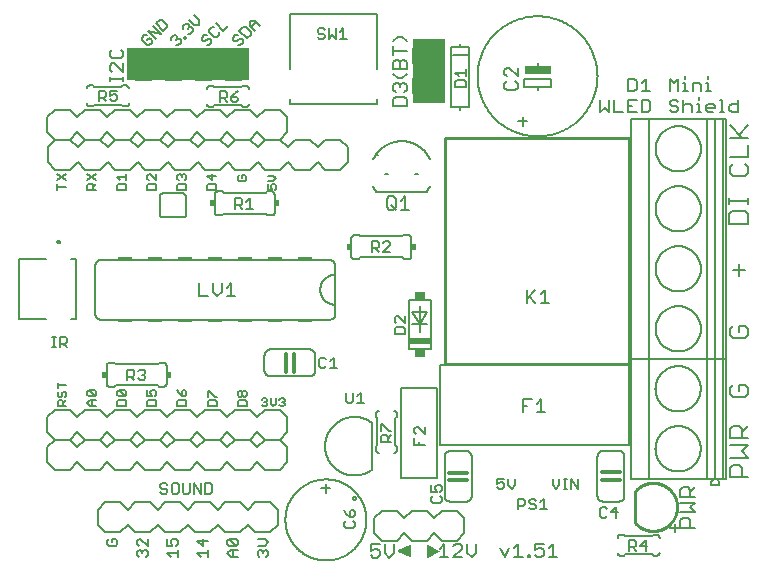
<source format=gbr>
G04 EAGLE Gerber RS-274X export*
G75*
%MOMM*%
%FSLAX34Y34*%
%LPD*%
%INSilkscreen Top*%
%IPPOS*%
%AMOC8*
5,1,8,0,0,1.08239X$1,22.5*%
G01*
%ADD10C,0.127000*%
%ADD11C,0.203200*%
%ADD12C,0.152400*%
%ADD13C,0.200000*%
%ADD14R,10.400000X2.760000*%
%ADD15R,2.820000X5.390000*%
%ADD16R,1.270000X0.254000*%
%ADD17C,0.304800*%
%ADD18R,0.381000X0.508000*%
%ADD19R,2.286000X0.635000*%
%ADD20C,0.254000*%
%ADD21C,0.177800*%
%ADD22R,1.870000X0.508000*%
%ADD23R,0.850000X0.635000*%

G36*
X322383Y3853D02*
X322383Y3853D01*
X322428Y3854D01*
X322503Y3879D01*
X322580Y3896D01*
X322618Y3919D01*
X322661Y3934D01*
X322723Y3982D01*
X322791Y4022D01*
X322820Y4056D01*
X322856Y4084D01*
X322900Y4149D01*
X322951Y4209D01*
X322968Y4251D01*
X322993Y4288D01*
X323013Y4364D01*
X323043Y4437D01*
X323049Y4497D01*
X323057Y4526D01*
X323056Y4553D01*
X323061Y4604D01*
X323061Y14000D01*
X323052Y14059D01*
X323052Y14119D01*
X323032Y14180D01*
X323022Y14243D01*
X322994Y14296D01*
X322975Y14353D01*
X322936Y14404D01*
X322906Y14460D01*
X322863Y14501D01*
X322827Y14549D01*
X322774Y14586D01*
X322728Y14630D01*
X322674Y14655D01*
X322624Y14689D01*
X322563Y14706D01*
X322505Y14733D01*
X322445Y14740D01*
X322388Y14756D01*
X322324Y14753D01*
X322261Y14760D01*
X322202Y14747D01*
X322142Y14745D01*
X322052Y14715D01*
X322020Y14708D01*
X322007Y14700D01*
X321983Y14692D01*
X312383Y10292D01*
X312362Y10278D01*
X312339Y10270D01*
X312261Y10210D01*
X312179Y10155D01*
X312164Y10135D01*
X312144Y10120D01*
X312089Y10038D01*
X312029Y9960D01*
X312021Y9936D01*
X312007Y9916D01*
X311981Y9820D01*
X311949Y9727D01*
X311949Y9702D01*
X311943Y9679D01*
X311949Y9580D01*
X311948Y9481D01*
X311956Y9458D01*
X311957Y9433D01*
X311994Y9341D01*
X312025Y9247D01*
X312040Y9228D01*
X312049Y9205D01*
X312114Y9130D01*
X312173Y9051D01*
X312193Y9037D01*
X312209Y9018D01*
X312349Y8925D01*
X321949Y3929D01*
X322023Y3904D01*
X322095Y3871D01*
X322140Y3866D01*
X322182Y3852D01*
X322261Y3853D01*
X322339Y3844D01*
X322383Y3853D01*
G37*
G36*
X337198Y3753D02*
X337198Y3753D01*
X337258Y3755D01*
X337348Y3785D01*
X337380Y3792D01*
X337393Y3800D01*
X337417Y3808D01*
X347017Y8208D01*
X347038Y8222D01*
X347061Y8230D01*
X347139Y8290D01*
X347221Y8345D01*
X347236Y8365D01*
X347256Y8380D01*
X347311Y8462D01*
X347371Y8540D01*
X347379Y8564D01*
X347393Y8584D01*
X347419Y8680D01*
X347451Y8773D01*
X347451Y8798D01*
X347457Y8821D01*
X347451Y8920D01*
X347452Y9019D01*
X347444Y9042D01*
X347443Y9067D01*
X347406Y9159D01*
X347375Y9253D01*
X347360Y9272D01*
X347351Y9295D01*
X347286Y9370D01*
X347227Y9449D01*
X347207Y9463D01*
X347191Y9482D01*
X347051Y9575D01*
X337496Y14548D01*
X337470Y14557D01*
X337446Y14572D01*
X337353Y14595D01*
X337263Y14625D01*
X337235Y14624D01*
X337207Y14631D01*
X337112Y14624D01*
X337017Y14623D01*
X336990Y14614D01*
X336962Y14611D01*
X336805Y14553D01*
X336760Y14531D01*
X336687Y14478D01*
X336609Y14432D01*
X336587Y14406D01*
X336560Y14387D01*
X336508Y14313D01*
X336449Y14245D01*
X336437Y14214D01*
X336417Y14187D01*
X336391Y14100D01*
X336357Y14017D01*
X336353Y13974D01*
X336346Y13951D01*
X336346Y13919D01*
X336339Y13850D01*
X336339Y4500D01*
X336348Y4441D01*
X336348Y4381D01*
X336368Y4320D01*
X336379Y4257D01*
X336407Y4204D01*
X336425Y4147D01*
X336464Y4096D01*
X336494Y4040D01*
X336537Y3999D01*
X336573Y3951D01*
X336626Y3914D01*
X336672Y3871D01*
X336726Y3845D01*
X336776Y3811D01*
X336837Y3794D01*
X336895Y3767D01*
X336955Y3760D01*
X337012Y3744D01*
X337076Y3747D01*
X337139Y3740D01*
X337198Y3753D01*
G37*
D10*
X150489Y315125D02*
X158115Y315125D01*
X158115Y318938D01*
X156844Y320209D01*
X151760Y320209D01*
X150489Y318938D01*
X150489Y315125D01*
X150489Y327124D02*
X158115Y327124D01*
X154302Y323311D02*
X150489Y327124D01*
X154302Y328395D02*
X154302Y323311D01*
X107315Y315125D02*
X99689Y315125D01*
X107315Y315125D02*
X107315Y318938D01*
X106044Y320209D01*
X100960Y320209D01*
X99689Y318938D01*
X99689Y315125D01*
X107315Y323311D02*
X107315Y328395D01*
X107315Y323311D02*
X102231Y328395D01*
X100960Y328395D01*
X99689Y327124D01*
X99689Y324582D01*
X100960Y323311D01*
X81915Y315125D02*
X74289Y315125D01*
X81915Y315125D02*
X81915Y318938D01*
X80644Y320209D01*
X75560Y320209D01*
X74289Y318938D01*
X74289Y315125D01*
X76831Y323311D02*
X74289Y325853D01*
X81915Y325853D01*
X81915Y323311D02*
X81915Y328395D01*
X56515Y315125D02*
X48889Y315125D01*
X48889Y318938D01*
X50160Y320209D01*
X52702Y320209D01*
X53973Y318938D01*
X53973Y315125D01*
X53973Y317667D02*
X56515Y320209D01*
X56515Y328395D02*
X48889Y323311D01*
X48889Y328395D02*
X56515Y323311D01*
X31115Y317667D02*
X23489Y317667D01*
X23489Y315125D02*
X23489Y320209D01*
X23489Y323311D02*
X31115Y328395D01*
X31115Y323311D02*
X23489Y328395D01*
X125089Y315125D02*
X132715Y315125D01*
X132715Y318938D01*
X131444Y320209D01*
X126360Y320209D01*
X125089Y318938D01*
X125089Y315125D01*
X126360Y323311D02*
X125089Y324582D01*
X125089Y327124D01*
X126360Y328395D01*
X127631Y328395D01*
X128902Y327124D01*
X128902Y325853D01*
X128902Y327124D02*
X130173Y328395D01*
X131444Y328395D01*
X132715Y327124D01*
X132715Y324582D01*
X131444Y323311D01*
X176651Y326177D02*
X177795Y327321D01*
X176651Y326177D02*
X176651Y323889D01*
X177795Y322745D01*
X182371Y322745D01*
X183515Y323889D01*
X183515Y326177D01*
X182371Y327321D01*
X180083Y327321D01*
X180083Y325033D01*
X31115Y132245D02*
X24251Y132245D01*
X24251Y135677D01*
X25395Y136821D01*
X27683Y136821D01*
X28827Y135677D01*
X28827Y132245D01*
X28827Y134533D02*
X31115Y136821D01*
X24251Y143161D02*
X25395Y144305D01*
X24251Y143161D02*
X24251Y140873D01*
X25395Y139729D01*
X26539Y139729D01*
X27683Y140873D01*
X27683Y143161D01*
X28827Y144305D01*
X29971Y144305D01*
X31115Y143161D01*
X31115Y140873D01*
X29971Y139729D01*
X31115Y149501D02*
X24251Y149501D01*
X24251Y147213D02*
X24251Y151789D01*
X202051Y315125D02*
X202051Y319701D01*
X202051Y315125D02*
X205483Y315125D01*
X204339Y317413D01*
X204339Y318557D01*
X205483Y319701D01*
X207771Y319701D01*
X208915Y318557D01*
X208915Y316269D01*
X207771Y315125D01*
X206627Y322609D02*
X202051Y322609D01*
X206627Y322609D02*
X208915Y324897D01*
X206627Y327185D01*
X202051Y327185D01*
X107315Y132245D02*
X99689Y132245D01*
X107315Y132245D02*
X107315Y136058D01*
X106044Y137329D01*
X100960Y137329D01*
X99689Y136058D01*
X99689Y132245D01*
X99689Y140431D02*
X99689Y145515D01*
X99689Y140431D02*
X103502Y140431D01*
X102231Y142973D01*
X102231Y144244D01*
X103502Y145515D01*
X106044Y145515D01*
X107315Y144244D01*
X107315Y141702D01*
X106044Y140431D01*
X125089Y132245D02*
X132715Y132245D01*
X132715Y136058D01*
X131444Y137329D01*
X126360Y137329D01*
X125089Y136058D01*
X125089Y132245D01*
X126360Y142973D02*
X125089Y145515D01*
X126360Y142973D02*
X128902Y140431D01*
X131444Y140431D01*
X132715Y141702D01*
X132715Y144244D01*
X131444Y145515D01*
X130173Y145515D01*
X128902Y144244D01*
X128902Y140431D01*
X56515Y132245D02*
X51431Y132245D01*
X48889Y134787D01*
X51431Y137329D01*
X56515Y137329D01*
X52702Y137329D02*
X52702Y132245D01*
X55244Y140431D02*
X50160Y140431D01*
X48889Y141702D01*
X48889Y144244D01*
X50160Y145515D01*
X55244Y145515D01*
X56515Y144244D01*
X56515Y141702D01*
X55244Y140431D01*
X50160Y145515D01*
X196623Y137457D02*
X197767Y138601D01*
X200054Y138601D01*
X201198Y137457D01*
X201198Y136313D01*
X200054Y135169D01*
X198910Y135169D01*
X200054Y135169D02*
X201198Y134025D01*
X201198Y132881D01*
X200054Y131737D01*
X197767Y131737D01*
X196623Y132881D01*
X204107Y134025D02*
X204107Y138601D01*
X204107Y134025D02*
X206395Y131737D01*
X208683Y134025D01*
X208683Y138601D01*
X211591Y137457D02*
X212735Y138601D01*
X215023Y138601D01*
X216167Y137457D01*
X216167Y136313D01*
X215023Y135169D01*
X213879Y135169D01*
X215023Y135169D02*
X216167Y134025D01*
X216167Y132881D01*
X215023Y131737D01*
X212735Y131737D01*
X211591Y132881D01*
X81915Y132245D02*
X74289Y132245D01*
X81915Y132245D02*
X81915Y136058D01*
X80644Y137329D01*
X75560Y137329D01*
X74289Y136058D01*
X74289Y132245D01*
X75560Y140431D02*
X80644Y140431D01*
X75560Y140431D02*
X74289Y141702D01*
X74289Y144244D01*
X75560Y145515D01*
X80644Y145515D01*
X81915Y144244D01*
X81915Y141702D01*
X80644Y140431D01*
X75560Y145515D01*
D11*
X506885Y398716D02*
X506885Y409393D01*
X506885Y398716D02*
X512224Y398716D01*
X514003Y400496D01*
X514003Y407614D01*
X512224Y409393D01*
X506885Y409393D01*
X518579Y405834D02*
X522138Y409393D01*
X522138Y398716D01*
X518579Y398716D02*
X525697Y398716D01*
X541967Y398716D02*
X541967Y409393D01*
X545526Y405834D01*
X549085Y409393D01*
X549085Y398716D01*
X553661Y405834D02*
X555440Y405834D01*
X555440Y398716D01*
X553661Y398716D02*
X557220Y398716D01*
X555440Y409393D02*
X555440Y411173D01*
X561457Y405834D02*
X561457Y398716D01*
X561457Y405834D02*
X566795Y405834D01*
X568575Y404055D01*
X568575Y398716D01*
X573151Y405834D02*
X574930Y405834D01*
X574930Y398716D01*
X573151Y398716D02*
X576710Y398716D01*
X574930Y409393D02*
X574930Y411173D01*
X483497Y391613D02*
X483497Y380936D01*
X487056Y384495D01*
X490615Y380936D01*
X490615Y391613D01*
X495191Y391613D02*
X495191Y380936D01*
X502309Y380936D01*
X506885Y391613D02*
X514003Y391613D01*
X506885Y391613D02*
X506885Y380936D01*
X514003Y380936D01*
X510444Y386275D02*
X506885Y386275D01*
X518579Y391613D02*
X518579Y380936D01*
X523918Y380936D01*
X525697Y382716D01*
X525697Y389834D01*
X523918Y391613D01*
X518579Y391613D01*
X547305Y391613D02*
X549085Y389834D01*
X547305Y391613D02*
X543746Y391613D01*
X541967Y389834D01*
X541967Y388054D01*
X543746Y386275D01*
X547305Y386275D01*
X549085Y384495D01*
X549085Y382716D01*
X547305Y380936D01*
X543746Y380936D01*
X541967Y382716D01*
X553661Y380936D02*
X553661Y391613D01*
X555440Y388054D02*
X553661Y386275D01*
X555440Y388054D02*
X558999Y388054D01*
X560779Y386275D01*
X560779Y380936D01*
X565355Y388054D02*
X567134Y388054D01*
X567134Y380936D01*
X565355Y380936D02*
X568914Y380936D01*
X567134Y391613D02*
X567134Y393393D01*
X574930Y380936D02*
X578489Y380936D01*
X574930Y380936D02*
X573151Y382716D01*
X573151Y386275D01*
X574930Y388054D01*
X578489Y388054D01*
X580269Y386275D01*
X580269Y384495D01*
X573151Y384495D01*
X584845Y391613D02*
X586624Y391613D01*
X586624Y380936D01*
X584845Y380936D02*
X588404Y380936D01*
X599759Y380936D02*
X599759Y391613D01*
X599759Y380936D02*
X594420Y380936D01*
X592641Y382716D01*
X592641Y386275D01*
X594420Y388054D01*
X599759Y388054D01*
X592363Y286423D02*
X608124Y286423D01*
X608124Y294304D01*
X605497Y296931D01*
X594989Y296931D01*
X592363Y294304D01*
X592363Y286423D01*
X608124Y302795D02*
X608124Y308048D01*
X608124Y305421D02*
X592363Y305421D01*
X592363Y302795D02*
X592363Y308048D01*
X592963Y334419D02*
X595589Y337046D01*
X592963Y334419D02*
X592963Y329166D01*
X595589Y326539D01*
X606097Y326539D01*
X608724Y329166D01*
X608724Y334419D01*
X606097Y337046D01*
X608724Y342910D02*
X592963Y342910D01*
X608724Y342910D02*
X608724Y353418D01*
X608724Y359282D02*
X592963Y359282D01*
X603470Y359282D02*
X592963Y369789D01*
X600843Y361909D02*
X608724Y369789D01*
X600843Y252498D02*
X600843Y241990D01*
X595589Y247244D02*
X606097Y247244D01*
X595589Y199848D02*
X592963Y197221D01*
X592963Y191967D01*
X595589Y189340D01*
X606097Y189340D01*
X608724Y191967D01*
X608724Y197221D01*
X606097Y199848D01*
X600843Y199848D01*
X600843Y194594D01*
X595589Y150198D02*
X592963Y147571D01*
X592963Y142317D01*
X595589Y139690D01*
X606097Y139690D01*
X608724Y142317D01*
X608724Y147571D01*
X606097Y150198D01*
X600843Y150198D01*
X600843Y144944D01*
X608724Y72039D02*
X592963Y72039D01*
X592963Y79919D01*
X595589Y82546D01*
X600843Y82546D01*
X603470Y79919D01*
X603470Y72039D01*
X608724Y88410D02*
X592963Y88410D01*
X603470Y93664D02*
X608724Y88410D01*
X603470Y93664D02*
X608724Y98918D01*
X592963Y98918D01*
X592963Y104782D02*
X608724Y104782D01*
X592963Y104782D02*
X592963Y112662D01*
X595589Y115289D01*
X600843Y115289D01*
X603470Y112662D01*
X603470Y104782D01*
X603470Y110036D02*
X608724Y115289D01*
D12*
X442902Y70725D02*
X442902Y64963D01*
X445783Y62082D01*
X448664Y64963D01*
X448664Y70725D01*
X452257Y62082D02*
X455138Y62082D01*
X453698Y62082D02*
X453698Y70725D01*
X455138Y70725D02*
X452257Y70725D01*
X458494Y70725D02*
X458494Y62082D01*
X464256Y62082D02*
X458494Y70725D01*
X464256Y70725D02*
X464256Y62082D01*
X401864Y70625D02*
X396102Y70625D01*
X396102Y66304D01*
X398983Y67744D01*
X400424Y67744D01*
X401864Y66304D01*
X401864Y63423D01*
X400424Y61982D01*
X397543Y61982D01*
X396102Y63423D01*
X405457Y64863D02*
X405457Y70625D01*
X405457Y64863D02*
X408338Y61982D01*
X411219Y64863D01*
X411219Y70625D01*
D10*
X158765Y131785D02*
X151139Y131785D01*
X158765Y131785D02*
X158765Y135598D01*
X157494Y136869D01*
X152410Y136869D01*
X151139Y135598D01*
X151139Y131785D01*
X151139Y139971D02*
X151139Y145055D01*
X152410Y145055D01*
X157494Y139971D01*
X158765Y139971D01*
X176219Y131785D02*
X183845Y131785D01*
X183845Y135598D01*
X182574Y136869D01*
X177490Y136869D01*
X176219Y135598D01*
X176219Y131785D01*
X177490Y139971D02*
X176219Y141242D01*
X176219Y143784D01*
X177490Y145055D01*
X178761Y145055D01*
X180032Y143784D01*
X181303Y145055D01*
X182574Y145055D01*
X183845Y143784D01*
X183845Y141242D01*
X182574Y139971D01*
X181303Y139971D01*
X180032Y141242D01*
X178761Y139971D01*
X177490Y139971D01*
X180032Y141242D02*
X180032Y143784D01*
D12*
X289102Y14968D02*
X296559Y14968D01*
X289102Y14968D02*
X289102Y9375D01*
X292831Y11239D01*
X294695Y11239D01*
X296559Y9375D01*
X296559Y5646D01*
X294695Y3782D01*
X290966Y3782D01*
X289102Y5646D01*
X300796Y7511D02*
X300796Y14968D01*
X300796Y7511D02*
X304524Y3782D01*
X308253Y7511D01*
X308253Y14968D01*
D13*
X295000Y344500D02*
X294200Y344900D01*
D10*
X99221Y445907D02*
X97124Y445907D01*
X95027Y443810D01*
X95027Y441713D01*
X99221Y437518D01*
X101318Y437518D01*
X103416Y439615D01*
X103416Y441712D01*
X101318Y443810D01*
X99221Y441712D01*
X100593Y449376D02*
X106885Y443085D01*
X111079Y447279D02*
X100593Y449376D01*
X104788Y453571D02*
X111079Y447279D01*
X113500Y449700D02*
X107208Y455991D01*
X113500Y449700D02*
X116646Y452846D01*
X116646Y454943D01*
X112451Y459137D01*
X110354Y459137D01*
X107208Y455991D01*
X119893Y443776D02*
X119893Y441679D01*
X119893Y443776D02*
X121991Y445873D01*
X124088Y445873D01*
X125136Y444825D01*
X125136Y442728D01*
X124088Y441679D01*
X125136Y442728D02*
X127234Y442728D01*
X128282Y441679D01*
X128282Y439582D01*
X126185Y437485D01*
X124088Y437485D01*
X130703Y444100D02*
X131751Y443051D01*
X130703Y444100D02*
X131751Y445148D01*
X132800Y444100D01*
X131751Y443051D01*
X129816Y451602D02*
X129816Y453699D01*
X131913Y455796D01*
X134010Y455796D01*
X135059Y454747D01*
X135059Y452650D01*
X134010Y451602D01*
X135059Y452650D02*
X137156Y452650D01*
X138205Y451602D01*
X138205Y449504D01*
X136108Y447407D01*
X134010Y447407D01*
X139577Y455071D02*
X135383Y459265D01*
X139577Y455071D02*
X143771Y455071D01*
X143771Y459265D01*
X139577Y463460D01*
X147838Y446121D02*
X149935Y446121D01*
X147838Y446121D02*
X145741Y444024D01*
X145741Y441926D01*
X146789Y440878D01*
X148886Y440878D01*
X150984Y442975D01*
X153081Y442975D01*
X154129Y441926D01*
X154129Y439829D01*
X152032Y437732D01*
X149935Y437732D01*
X154453Y452736D02*
X156550Y452736D01*
X154453Y452736D02*
X152356Y450639D01*
X152356Y448541D01*
X156550Y444347D01*
X158647Y444347D01*
X160745Y446444D01*
X160745Y448541D01*
X164214Y449914D02*
X157922Y456205D01*
X164214Y449914D02*
X168408Y454108D01*
X174344Y446127D02*
X176442Y446127D01*
X174344Y446127D02*
X172247Y444030D01*
X172247Y441933D01*
X173296Y440884D01*
X175393Y440884D01*
X177490Y442982D01*
X179587Y442982D01*
X180636Y441933D01*
X180636Y439836D01*
X178539Y437739D01*
X176442Y437739D01*
X184105Y443305D02*
X177814Y449597D01*
X184105Y443305D02*
X187251Y446451D01*
X187251Y448548D01*
X183057Y452742D01*
X180960Y452742D01*
X177814Y449597D01*
X186526Y454115D02*
X190720Y449920D01*
X186526Y454115D02*
X186526Y458309D01*
X190720Y458309D01*
X194915Y454115D01*
X191769Y457260D02*
X187575Y453066D01*
D14*
X134500Y421500D03*
D15*
X338200Y415450D03*
D12*
X398651Y11819D02*
X402379Y4362D01*
X406108Y11819D01*
X410345Y11819D02*
X414073Y15548D01*
X414073Y4362D01*
X410345Y4362D02*
X417802Y4362D01*
X422038Y4362D02*
X422038Y6226D01*
X423903Y6226D01*
X423903Y4362D01*
X422038Y4362D01*
X427885Y15548D02*
X435342Y15548D01*
X427885Y15548D02*
X427885Y9955D01*
X431614Y11819D01*
X433478Y11819D01*
X435342Y9955D01*
X435342Y6226D01*
X433478Y4362D01*
X429750Y4362D01*
X427885Y6226D01*
X439579Y11819D02*
X443308Y15548D01*
X443308Y4362D01*
X447036Y4362D02*
X439579Y4362D01*
D10*
X67010Y19652D02*
X65527Y18169D01*
X65527Y15203D01*
X67010Y13720D01*
X72942Y13720D01*
X74425Y15203D01*
X74425Y18169D01*
X72942Y19652D01*
X69976Y19652D01*
X69976Y16686D01*
X193227Y5848D02*
X194710Y4365D01*
X193227Y5848D02*
X193227Y8813D01*
X194710Y10296D01*
X196193Y10296D01*
X197676Y8813D01*
X197676Y7330D01*
X197676Y8813D02*
X199159Y10296D01*
X200642Y10296D01*
X202125Y8813D01*
X202125Y5848D01*
X200642Y4365D01*
X199159Y13720D02*
X193227Y13720D01*
X199159Y13720D02*
X202125Y16686D01*
X199159Y19652D01*
X193227Y19652D01*
D12*
X417728Y126642D02*
X417728Y137828D01*
X425185Y137828D01*
X421457Y132235D02*
X417728Y132235D01*
X429422Y134099D02*
X433150Y137828D01*
X433150Y126642D01*
X429422Y126642D02*
X436879Y126642D01*
D10*
X176585Y4365D02*
X170653Y4365D01*
X167687Y7330D01*
X170653Y10296D01*
X176585Y10296D01*
X172136Y10296D02*
X172136Y4365D01*
X175102Y13720D02*
X169170Y13720D01*
X167687Y15203D01*
X167687Y18169D01*
X169170Y19652D01*
X175102Y19652D01*
X176585Y18169D01*
X176585Y15203D01*
X175102Y13720D01*
X169170Y19652D01*
X92550Y4365D02*
X91067Y5848D01*
X91067Y8813D01*
X92550Y10296D01*
X94033Y10296D01*
X95516Y8813D01*
X95516Y7330D01*
X95516Y8813D02*
X96999Y10296D01*
X98482Y10296D01*
X99965Y8813D01*
X99965Y5848D01*
X98482Y4365D01*
X99965Y13720D02*
X99965Y19652D01*
X99965Y13720D02*
X94033Y19652D01*
X92550Y19652D01*
X91067Y18169D01*
X91067Y15203D01*
X92550Y13720D01*
X116607Y7330D02*
X119573Y4365D01*
X116607Y7330D02*
X125505Y7330D01*
X125505Y4365D02*
X125505Y10296D01*
X116607Y13720D02*
X116607Y19652D01*
X116607Y13720D02*
X121056Y13720D01*
X119573Y16686D01*
X119573Y18169D01*
X121056Y19652D01*
X124022Y19652D01*
X125505Y18169D01*
X125505Y15203D01*
X124022Y13720D01*
X142147Y7330D02*
X145113Y4365D01*
X142147Y7330D02*
X151045Y7330D01*
X151045Y4365D02*
X151045Y10296D01*
X151045Y18169D02*
X142147Y18169D01*
X146596Y13720D01*
X146596Y19652D01*
D11*
X173990Y129070D02*
X186690Y129070D01*
X193040Y122720D01*
X193040Y110020D02*
X186690Y103670D01*
X148590Y129070D02*
X142240Y122720D01*
X148590Y129070D02*
X161290Y129070D01*
X167640Y122720D01*
X167640Y110020D02*
X161290Y103670D01*
X148590Y103670D01*
X142240Y110020D01*
X167640Y122720D02*
X173990Y129070D01*
X167640Y110020D02*
X173990Y103670D01*
X186690Y103670D01*
X110490Y129070D02*
X97790Y129070D01*
X110490Y129070D02*
X116840Y122720D01*
X116840Y110020D02*
X110490Y103670D01*
X116840Y122720D02*
X123190Y129070D01*
X135890Y129070D01*
X142240Y122720D01*
X142240Y110020D02*
X135890Y103670D01*
X123190Y103670D01*
X116840Y110020D01*
X72390Y129070D02*
X66040Y122720D01*
X72390Y129070D02*
X85090Y129070D01*
X91440Y122720D01*
X91440Y110020D02*
X85090Y103670D01*
X72390Y103670D01*
X66040Y110020D01*
X91440Y122720D02*
X97790Y129070D01*
X91440Y110020D02*
X97790Y103670D01*
X110490Y103670D01*
X34290Y129070D02*
X21590Y129070D01*
X34290Y129070D02*
X40640Y122720D01*
X40640Y110020D02*
X34290Y103670D01*
X40640Y122720D02*
X46990Y129070D01*
X59690Y129070D01*
X66040Y122720D01*
X66040Y110020D02*
X59690Y103670D01*
X46990Y103670D01*
X40640Y110020D01*
X15240Y110020D02*
X15240Y122720D01*
X21590Y129070D01*
X15240Y110020D02*
X21590Y103670D01*
X34290Y103670D01*
X199390Y129070D02*
X212090Y129070D01*
X218440Y122720D01*
X218440Y110020D01*
X212090Y103670D01*
X193040Y122720D02*
X199390Y129070D01*
X193040Y110020D02*
X199390Y103670D01*
X212090Y103670D01*
D10*
X55720Y210270D02*
X55720Y251070D01*
X55722Y251210D01*
X55728Y251350D01*
X55738Y251490D01*
X55751Y251630D01*
X55769Y251769D01*
X55791Y251908D01*
X55816Y252045D01*
X55845Y252183D01*
X55878Y252319D01*
X55915Y252454D01*
X55956Y252588D01*
X56001Y252721D01*
X56049Y252853D01*
X56101Y252983D01*
X56156Y253112D01*
X56215Y253239D01*
X56278Y253365D01*
X56344Y253489D01*
X56413Y253610D01*
X56486Y253730D01*
X56563Y253848D01*
X56642Y253963D01*
X56725Y254077D01*
X56811Y254187D01*
X56900Y254296D01*
X56992Y254402D01*
X57087Y254505D01*
X57184Y254606D01*
X57285Y254703D01*
X57388Y254798D01*
X57494Y254890D01*
X57603Y254979D01*
X57713Y255065D01*
X57827Y255148D01*
X57942Y255227D01*
X58060Y255304D01*
X58180Y255377D01*
X58301Y255446D01*
X58425Y255512D01*
X58551Y255575D01*
X58678Y255634D01*
X58807Y255689D01*
X58937Y255741D01*
X59069Y255789D01*
X59202Y255834D01*
X59336Y255875D01*
X59471Y255912D01*
X59607Y255945D01*
X59745Y255974D01*
X59882Y255999D01*
X60021Y256021D01*
X60160Y256039D01*
X60300Y256052D01*
X60440Y256062D01*
X60580Y256068D01*
X60720Y256070D01*
X253920Y256070D01*
X254060Y256068D01*
X254200Y256062D01*
X254340Y256052D01*
X254480Y256039D01*
X254619Y256021D01*
X254758Y255999D01*
X254895Y255974D01*
X255033Y255945D01*
X255169Y255912D01*
X255304Y255875D01*
X255438Y255834D01*
X255571Y255789D01*
X255703Y255741D01*
X255833Y255689D01*
X255962Y255634D01*
X256089Y255575D01*
X256215Y255512D01*
X256339Y255446D01*
X256460Y255377D01*
X256580Y255304D01*
X256698Y255227D01*
X256813Y255148D01*
X256927Y255065D01*
X257037Y254979D01*
X257146Y254890D01*
X257252Y254798D01*
X257355Y254703D01*
X257456Y254606D01*
X257553Y254505D01*
X257648Y254402D01*
X257740Y254296D01*
X257829Y254187D01*
X257915Y254077D01*
X257998Y253963D01*
X258077Y253848D01*
X258154Y253730D01*
X258227Y253610D01*
X258296Y253489D01*
X258362Y253365D01*
X258425Y253239D01*
X258484Y253112D01*
X258539Y252983D01*
X258591Y252853D01*
X258639Y252721D01*
X258684Y252588D01*
X258725Y252454D01*
X258762Y252319D01*
X258795Y252183D01*
X258824Y252045D01*
X258849Y251908D01*
X258871Y251769D01*
X258889Y251630D01*
X258902Y251490D01*
X258912Y251350D01*
X258918Y251210D01*
X258920Y251070D01*
X258920Y243370D01*
X258920Y217970D01*
X258920Y210270D01*
X258918Y210130D01*
X258912Y209990D01*
X258902Y209850D01*
X258889Y209710D01*
X258871Y209571D01*
X258849Y209432D01*
X258824Y209295D01*
X258795Y209157D01*
X258762Y209021D01*
X258725Y208886D01*
X258684Y208752D01*
X258639Y208619D01*
X258591Y208487D01*
X258539Y208357D01*
X258484Y208228D01*
X258425Y208101D01*
X258362Y207975D01*
X258296Y207851D01*
X258227Y207730D01*
X258154Y207610D01*
X258077Y207492D01*
X257998Y207377D01*
X257915Y207263D01*
X257829Y207153D01*
X257740Y207044D01*
X257648Y206938D01*
X257553Y206835D01*
X257456Y206734D01*
X257355Y206637D01*
X257252Y206542D01*
X257146Y206450D01*
X257037Y206361D01*
X256927Y206275D01*
X256813Y206192D01*
X256698Y206113D01*
X256580Y206036D01*
X256460Y205963D01*
X256339Y205894D01*
X256215Y205828D01*
X256089Y205765D01*
X255962Y205706D01*
X255833Y205651D01*
X255703Y205599D01*
X255571Y205551D01*
X255438Y205506D01*
X255304Y205465D01*
X255169Y205428D01*
X255033Y205395D01*
X254895Y205366D01*
X254758Y205341D01*
X254619Y205319D01*
X254480Y205301D01*
X254340Y205288D01*
X254200Y205278D01*
X254060Y205272D01*
X253920Y205270D01*
X60720Y205270D01*
X60580Y205272D01*
X60440Y205278D01*
X60300Y205288D01*
X60160Y205301D01*
X60021Y205319D01*
X59882Y205341D01*
X59745Y205366D01*
X59607Y205395D01*
X59471Y205428D01*
X59336Y205465D01*
X59202Y205506D01*
X59069Y205551D01*
X58937Y205599D01*
X58807Y205651D01*
X58678Y205706D01*
X58551Y205765D01*
X58425Y205828D01*
X58301Y205894D01*
X58180Y205963D01*
X58060Y206036D01*
X57942Y206113D01*
X57827Y206192D01*
X57713Y206275D01*
X57603Y206361D01*
X57494Y206450D01*
X57388Y206542D01*
X57285Y206637D01*
X57184Y206734D01*
X57087Y206835D01*
X56992Y206938D01*
X56900Y207044D01*
X56811Y207153D01*
X56725Y207263D01*
X56642Y207377D01*
X56563Y207492D01*
X56486Y207610D01*
X56413Y207730D01*
X56344Y207851D01*
X56278Y207975D01*
X56215Y208101D01*
X56156Y208228D01*
X56101Y208357D01*
X56049Y208487D01*
X56001Y208619D01*
X55956Y208752D01*
X55915Y208886D01*
X55878Y209021D01*
X55845Y209157D01*
X55816Y209295D01*
X55791Y209432D01*
X55769Y209571D01*
X55751Y209710D01*
X55738Y209850D01*
X55728Y209990D01*
X55722Y210130D01*
X55720Y210270D01*
X258920Y217970D02*
X258611Y217974D01*
X258302Y217985D01*
X257993Y218004D01*
X257685Y218030D01*
X257377Y218064D01*
X257071Y218105D01*
X256765Y218154D01*
X256461Y218210D01*
X256159Y218274D01*
X255858Y218345D01*
X255558Y218423D01*
X255261Y218508D01*
X254966Y218601D01*
X254673Y218701D01*
X254383Y218808D01*
X254096Y218922D01*
X253811Y219043D01*
X253529Y219171D01*
X253251Y219305D01*
X252976Y219447D01*
X252704Y219595D01*
X252437Y219750D01*
X252173Y219911D01*
X251913Y220078D01*
X251657Y220252D01*
X251405Y220432D01*
X251158Y220618D01*
X250916Y220810D01*
X250678Y221008D01*
X250445Y221211D01*
X250217Y221421D01*
X249995Y221635D01*
X249777Y221855D01*
X249565Y222081D01*
X249359Y222311D01*
X249158Y222546D01*
X248963Y222786D01*
X248774Y223031D01*
X248591Y223280D01*
X248414Y223534D01*
X248244Y223792D01*
X248079Y224054D01*
X247921Y224320D01*
X247770Y224590D01*
X247625Y224863D01*
X247487Y225140D01*
X247356Y225420D01*
X247232Y225703D01*
X247114Y225989D01*
X247004Y226278D01*
X246900Y226569D01*
X246804Y226863D01*
X246715Y227159D01*
X246633Y227458D01*
X246558Y227758D01*
X246491Y228060D01*
X246431Y228363D01*
X246379Y228668D01*
X246334Y228974D01*
X246296Y229281D01*
X246266Y229589D01*
X246244Y229897D01*
X246228Y230206D01*
X246221Y230515D01*
X246221Y230825D01*
X246228Y231134D01*
X246244Y231443D01*
X246266Y231751D01*
X246296Y232059D01*
X246334Y232366D01*
X246379Y232672D01*
X246431Y232977D01*
X246491Y233280D01*
X246558Y233582D01*
X246633Y233882D01*
X246715Y234181D01*
X246804Y234477D01*
X246900Y234771D01*
X247004Y235062D01*
X247114Y235351D01*
X247232Y235637D01*
X247356Y235920D01*
X247487Y236200D01*
X247625Y236477D01*
X247770Y236750D01*
X247921Y237020D01*
X248079Y237286D01*
X248244Y237548D01*
X248414Y237806D01*
X248591Y238060D01*
X248774Y238309D01*
X248963Y238554D01*
X249158Y238794D01*
X249359Y239029D01*
X249565Y239259D01*
X249777Y239485D01*
X249995Y239705D01*
X250217Y239919D01*
X250445Y240129D01*
X250678Y240332D01*
X250916Y240530D01*
X251158Y240722D01*
X251405Y240908D01*
X251657Y241088D01*
X251913Y241262D01*
X252173Y241429D01*
X252437Y241590D01*
X252704Y241745D01*
X252976Y241893D01*
X253251Y242035D01*
X253529Y242169D01*
X253811Y242297D01*
X254096Y242418D01*
X254383Y242532D01*
X254673Y242639D01*
X254966Y242739D01*
X255261Y242832D01*
X255558Y242917D01*
X255858Y242995D01*
X256159Y243066D01*
X256461Y243130D01*
X256765Y243186D01*
X257071Y243235D01*
X257377Y243276D01*
X257685Y243310D01*
X257993Y243336D01*
X258302Y243355D01*
X258611Y243366D01*
X258920Y243370D01*
D16*
X233520Y204000D03*
X208120Y204000D03*
X182720Y204000D03*
X157320Y204000D03*
X131920Y204000D03*
X106520Y204000D03*
X81120Y204000D03*
X81120Y257340D03*
X106520Y257340D03*
X131920Y257340D03*
X157320Y257340D03*
X182720Y257340D03*
X208120Y257340D03*
X233520Y257340D03*
D11*
X143836Y236013D02*
X143836Y225336D01*
X150954Y225336D01*
X155530Y228895D02*
X155530Y236013D01*
X155530Y228895D02*
X159089Y225336D01*
X162648Y228895D01*
X162648Y236013D01*
X167224Y232454D02*
X170783Y236013D01*
X170783Y225336D01*
X167224Y225336D02*
X174342Y225336D01*
D12*
X242190Y175150D02*
X242190Y162450D01*
X242188Y162310D01*
X242182Y162170D01*
X242173Y162030D01*
X242159Y161891D01*
X242142Y161752D01*
X242121Y161614D01*
X242096Y161476D01*
X242067Y161339D01*
X242035Y161203D01*
X241998Y161068D01*
X241958Y160934D01*
X241915Y160801D01*
X241867Y160669D01*
X241817Y160538D01*
X241762Y160409D01*
X241704Y160282D01*
X241643Y160156D01*
X241578Y160032D01*
X241509Y159910D01*
X241438Y159790D01*
X241363Y159672D01*
X241285Y159555D01*
X241203Y159441D01*
X241119Y159330D01*
X241031Y159221D01*
X240941Y159114D01*
X240847Y159009D01*
X240751Y158908D01*
X240652Y158809D01*
X240551Y158713D01*
X240446Y158619D01*
X240339Y158529D01*
X240230Y158441D01*
X240119Y158357D01*
X240005Y158275D01*
X239888Y158197D01*
X239770Y158122D01*
X239650Y158051D01*
X239528Y157982D01*
X239404Y157917D01*
X239278Y157856D01*
X239151Y157798D01*
X239022Y157743D01*
X238891Y157693D01*
X238759Y157645D01*
X238626Y157602D01*
X238492Y157562D01*
X238357Y157525D01*
X238221Y157493D01*
X238084Y157464D01*
X237946Y157439D01*
X237808Y157418D01*
X237669Y157401D01*
X237530Y157387D01*
X237390Y157378D01*
X237250Y157372D01*
X237110Y157370D01*
X242190Y175150D02*
X242188Y175290D01*
X242182Y175430D01*
X242173Y175570D01*
X242159Y175709D01*
X242142Y175848D01*
X242121Y175986D01*
X242096Y176124D01*
X242067Y176261D01*
X242035Y176397D01*
X241998Y176532D01*
X241958Y176666D01*
X241915Y176799D01*
X241867Y176931D01*
X241817Y177062D01*
X241762Y177191D01*
X241704Y177318D01*
X241643Y177444D01*
X241578Y177568D01*
X241509Y177690D01*
X241438Y177810D01*
X241363Y177928D01*
X241285Y178045D01*
X241203Y178159D01*
X241119Y178270D01*
X241031Y178379D01*
X240941Y178486D01*
X240847Y178591D01*
X240751Y178692D01*
X240652Y178791D01*
X240551Y178887D01*
X240446Y178981D01*
X240339Y179071D01*
X240230Y179159D01*
X240119Y179243D01*
X240005Y179325D01*
X239888Y179403D01*
X239770Y179478D01*
X239650Y179549D01*
X239528Y179618D01*
X239404Y179683D01*
X239278Y179744D01*
X239151Y179802D01*
X239022Y179857D01*
X238891Y179907D01*
X238759Y179955D01*
X238626Y179998D01*
X238492Y180038D01*
X238357Y180075D01*
X238221Y180107D01*
X238084Y180136D01*
X237946Y180161D01*
X237808Y180182D01*
X237669Y180199D01*
X237530Y180213D01*
X237390Y180222D01*
X237250Y180228D01*
X237110Y180230D01*
X237110Y157370D02*
X204090Y157370D01*
X199010Y162450D02*
X199010Y175150D01*
X204090Y180230D02*
X237110Y180230D01*
X204090Y157370D02*
X203950Y157372D01*
X203810Y157378D01*
X203670Y157387D01*
X203531Y157401D01*
X203392Y157418D01*
X203254Y157439D01*
X203116Y157464D01*
X202979Y157493D01*
X202843Y157525D01*
X202708Y157562D01*
X202574Y157602D01*
X202441Y157645D01*
X202309Y157693D01*
X202178Y157743D01*
X202049Y157798D01*
X201922Y157856D01*
X201796Y157917D01*
X201672Y157982D01*
X201550Y158051D01*
X201430Y158122D01*
X201312Y158197D01*
X201195Y158275D01*
X201081Y158357D01*
X200970Y158441D01*
X200861Y158529D01*
X200754Y158619D01*
X200649Y158713D01*
X200548Y158809D01*
X200449Y158908D01*
X200353Y159009D01*
X200259Y159114D01*
X200169Y159221D01*
X200081Y159330D01*
X199997Y159441D01*
X199915Y159555D01*
X199837Y159672D01*
X199762Y159790D01*
X199691Y159910D01*
X199622Y160032D01*
X199557Y160156D01*
X199496Y160282D01*
X199438Y160409D01*
X199383Y160538D01*
X199333Y160669D01*
X199285Y160801D01*
X199242Y160934D01*
X199202Y161068D01*
X199165Y161203D01*
X199133Y161339D01*
X199104Y161476D01*
X199079Y161614D01*
X199058Y161752D01*
X199041Y161891D01*
X199027Y162030D01*
X199018Y162170D01*
X199012Y162310D01*
X199010Y162450D01*
X199010Y175150D02*
X199012Y175290D01*
X199018Y175430D01*
X199027Y175570D01*
X199041Y175709D01*
X199058Y175848D01*
X199079Y175986D01*
X199104Y176124D01*
X199133Y176261D01*
X199165Y176397D01*
X199202Y176532D01*
X199242Y176666D01*
X199285Y176799D01*
X199333Y176931D01*
X199383Y177062D01*
X199438Y177191D01*
X199496Y177318D01*
X199557Y177444D01*
X199622Y177568D01*
X199691Y177690D01*
X199762Y177810D01*
X199837Y177928D01*
X199915Y178045D01*
X199997Y178159D01*
X200081Y178270D01*
X200169Y178379D01*
X200259Y178486D01*
X200353Y178591D01*
X200449Y178692D01*
X200548Y178791D01*
X200649Y178887D01*
X200754Y178981D01*
X200861Y179071D01*
X200970Y179159D01*
X201081Y179243D01*
X201195Y179325D01*
X201312Y179403D01*
X201430Y179478D01*
X201550Y179549D01*
X201672Y179618D01*
X201796Y179683D01*
X201922Y179744D01*
X202049Y179802D01*
X202178Y179857D01*
X202309Y179907D01*
X202441Y179955D01*
X202574Y179998D01*
X202708Y180038D01*
X202843Y180075D01*
X202979Y180107D01*
X203116Y180136D01*
X203254Y180161D01*
X203392Y180182D01*
X203531Y180199D01*
X203670Y180213D01*
X203810Y180222D01*
X203950Y180228D01*
X204090Y180230D01*
D17*
X223648Y176420D02*
X223648Y161180D01*
X217298Y161180D02*
X217298Y176420D01*
D10*
X249773Y173173D02*
X251256Y171690D01*
X249773Y173173D02*
X246808Y173173D01*
X245325Y171690D01*
X245325Y165758D01*
X246808Y164275D01*
X249773Y164275D01*
X251256Y165758D01*
X254680Y170207D02*
X257646Y173173D01*
X257646Y164275D01*
X254680Y164275D02*
X260612Y164275D01*
D12*
X156760Y311360D02*
X156762Y311460D01*
X156768Y311559D01*
X156778Y311659D01*
X156791Y311757D01*
X156809Y311856D01*
X156830Y311953D01*
X156855Y312049D01*
X156884Y312145D01*
X156917Y312239D01*
X156953Y312332D01*
X156993Y312423D01*
X157037Y312513D01*
X157084Y312601D01*
X157134Y312687D01*
X157188Y312771D01*
X157245Y312853D01*
X157305Y312932D01*
X157369Y313010D01*
X157435Y313084D01*
X157504Y313156D01*
X157576Y313225D01*
X157650Y313291D01*
X157728Y313355D01*
X157807Y313415D01*
X157889Y313472D01*
X157973Y313526D01*
X158059Y313576D01*
X158147Y313623D01*
X158237Y313667D01*
X158328Y313707D01*
X158421Y313743D01*
X158515Y313776D01*
X158611Y313805D01*
X158707Y313830D01*
X158804Y313851D01*
X158903Y313869D01*
X159001Y313882D01*
X159101Y313892D01*
X159200Y313898D01*
X159300Y313900D01*
X156760Y296120D02*
X156762Y296020D01*
X156768Y295921D01*
X156778Y295821D01*
X156791Y295723D01*
X156809Y295624D01*
X156830Y295527D01*
X156855Y295431D01*
X156884Y295335D01*
X156917Y295241D01*
X156953Y295148D01*
X156993Y295057D01*
X157037Y294967D01*
X157084Y294879D01*
X157134Y294793D01*
X157188Y294709D01*
X157245Y294627D01*
X157305Y294548D01*
X157369Y294470D01*
X157435Y294396D01*
X157504Y294324D01*
X157576Y294255D01*
X157650Y294189D01*
X157728Y294125D01*
X157807Y294065D01*
X157889Y294008D01*
X157973Y293954D01*
X158059Y293904D01*
X158147Y293857D01*
X158237Y293813D01*
X158328Y293773D01*
X158421Y293737D01*
X158515Y293704D01*
X158611Y293675D01*
X158707Y293650D01*
X158804Y293629D01*
X158903Y293611D01*
X159001Y293598D01*
X159101Y293588D01*
X159200Y293582D01*
X159300Y293580D01*
X205020Y293580D02*
X205120Y293582D01*
X205219Y293588D01*
X205319Y293598D01*
X205417Y293611D01*
X205516Y293629D01*
X205613Y293650D01*
X205709Y293675D01*
X205805Y293704D01*
X205899Y293737D01*
X205992Y293773D01*
X206083Y293813D01*
X206173Y293857D01*
X206261Y293904D01*
X206347Y293954D01*
X206431Y294008D01*
X206513Y294065D01*
X206592Y294125D01*
X206670Y294189D01*
X206744Y294255D01*
X206816Y294324D01*
X206885Y294396D01*
X206951Y294470D01*
X207015Y294548D01*
X207075Y294627D01*
X207132Y294709D01*
X207186Y294793D01*
X207236Y294879D01*
X207283Y294967D01*
X207327Y295057D01*
X207367Y295148D01*
X207403Y295241D01*
X207436Y295335D01*
X207465Y295431D01*
X207490Y295527D01*
X207511Y295624D01*
X207529Y295723D01*
X207542Y295821D01*
X207552Y295921D01*
X207558Y296020D01*
X207560Y296120D01*
X207560Y311360D02*
X207558Y311460D01*
X207552Y311559D01*
X207542Y311659D01*
X207529Y311757D01*
X207511Y311856D01*
X207490Y311953D01*
X207465Y312049D01*
X207436Y312145D01*
X207403Y312239D01*
X207367Y312332D01*
X207327Y312423D01*
X207283Y312513D01*
X207236Y312601D01*
X207186Y312687D01*
X207132Y312771D01*
X207075Y312853D01*
X207015Y312932D01*
X206951Y313010D01*
X206885Y313084D01*
X206816Y313156D01*
X206744Y313225D01*
X206670Y313291D01*
X206592Y313355D01*
X206513Y313415D01*
X206431Y313472D01*
X206347Y313526D01*
X206261Y313576D01*
X206173Y313623D01*
X206083Y313667D01*
X205992Y313707D01*
X205899Y313743D01*
X205805Y313776D01*
X205709Y313805D01*
X205613Y313830D01*
X205516Y313851D01*
X205417Y313869D01*
X205319Y313882D01*
X205219Y313892D01*
X205120Y313898D01*
X205020Y313900D01*
X156760Y311360D02*
X156760Y296120D01*
X159300Y313900D02*
X163110Y313900D01*
X164380Y312630D01*
X163110Y293580D02*
X159300Y293580D01*
X163110Y293580D02*
X164380Y294850D01*
X199940Y312630D02*
X201210Y313900D01*
X199940Y312630D02*
X164380Y312630D01*
X199940Y294850D02*
X201210Y293580D01*
X199940Y294850D02*
X164380Y294850D01*
X201210Y313900D02*
X205020Y313900D01*
X205020Y293580D02*
X201210Y293580D01*
X207560Y296120D02*
X207560Y311360D01*
D18*
X209465Y303740D03*
X154855Y303740D03*
D10*
X174419Y307877D02*
X174419Y298979D01*
X174419Y307877D02*
X178868Y307877D01*
X180351Y306394D01*
X180351Y303428D01*
X178868Y301945D01*
X174419Y301945D01*
X177385Y301945D02*
X180351Y298979D01*
X183774Y304911D02*
X186740Y307877D01*
X186740Y298979D01*
X183774Y298979D02*
X189706Y298979D01*
D12*
X430170Y399820D02*
X430170Y402360D01*
X441600Y402360D01*
X441600Y408710D01*
X418740Y408710D01*
X418740Y402360D01*
X430170Y402360D01*
X430170Y417600D02*
X430170Y422680D01*
X421280Y373150D02*
X413660Y373150D01*
X417470Y376960D02*
X417470Y369340D01*
X379370Y411250D02*
X379385Y412497D01*
X379431Y413743D01*
X379508Y414987D01*
X379615Y416229D01*
X379752Y417468D01*
X379920Y418704D01*
X380118Y419935D01*
X380346Y421161D01*
X380604Y422380D01*
X380892Y423593D01*
X381210Y424799D01*
X381557Y425996D01*
X381934Y427185D01*
X382340Y428364D01*
X382774Y429533D01*
X383237Y430690D01*
X383728Y431836D01*
X384247Y432970D01*
X384794Y434090D01*
X385368Y435197D01*
X385970Y436289D01*
X386597Y437366D01*
X387251Y438428D01*
X387931Y439473D01*
X388637Y440501D01*
X389367Y441512D01*
X390122Y442504D01*
X390901Y443477D01*
X391704Y444431D01*
X392530Y445365D01*
X393378Y446279D01*
X394249Y447171D01*
X395141Y448042D01*
X396055Y448890D01*
X396989Y449716D01*
X397943Y450519D01*
X398916Y451298D01*
X399908Y452053D01*
X400919Y452783D01*
X401947Y453489D01*
X402992Y454169D01*
X404054Y454823D01*
X405131Y455450D01*
X406223Y456052D01*
X407330Y456626D01*
X408450Y457173D01*
X409584Y457692D01*
X410730Y458183D01*
X411887Y458646D01*
X413056Y459080D01*
X414235Y459486D01*
X415424Y459863D01*
X416621Y460210D01*
X417827Y460528D01*
X419040Y460816D01*
X420259Y461074D01*
X421485Y461302D01*
X422716Y461500D01*
X423952Y461668D01*
X425191Y461805D01*
X426433Y461912D01*
X427677Y461989D01*
X428923Y462035D01*
X430170Y462050D01*
X431417Y462035D01*
X432663Y461989D01*
X433907Y461912D01*
X435149Y461805D01*
X436388Y461668D01*
X437624Y461500D01*
X438855Y461302D01*
X440081Y461074D01*
X441300Y460816D01*
X442513Y460528D01*
X443719Y460210D01*
X444916Y459863D01*
X446105Y459486D01*
X447284Y459080D01*
X448453Y458646D01*
X449610Y458183D01*
X450756Y457692D01*
X451890Y457173D01*
X453010Y456626D01*
X454117Y456052D01*
X455209Y455450D01*
X456286Y454823D01*
X457348Y454169D01*
X458393Y453489D01*
X459421Y452783D01*
X460432Y452053D01*
X461424Y451298D01*
X462397Y450519D01*
X463351Y449716D01*
X464285Y448890D01*
X465199Y448042D01*
X466091Y447171D01*
X466962Y446279D01*
X467810Y445365D01*
X468636Y444431D01*
X469439Y443477D01*
X470218Y442504D01*
X470973Y441512D01*
X471703Y440501D01*
X472409Y439473D01*
X473089Y438428D01*
X473743Y437366D01*
X474370Y436289D01*
X474972Y435197D01*
X475546Y434090D01*
X476093Y432970D01*
X476612Y431836D01*
X477103Y430690D01*
X477566Y429533D01*
X478000Y428364D01*
X478406Y427185D01*
X478783Y425996D01*
X479130Y424799D01*
X479448Y423593D01*
X479736Y422380D01*
X479994Y421161D01*
X480222Y419935D01*
X480420Y418704D01*
X480588Y417468D01*
X480725Y416229D01*
X480832Y414987D01*
X480909Y413743D01*
X480955Y412497D01*
X480970Y411250D01*
X480955Y410003D01*
X480909Y408757D01*
X480832Y407513D01*
X480725Y406271D01*
X480588Y405032D01*
X480420Y403796D01*
X480222Y402565D01*
X479994Y401339D01*
X479736Y400120D01*
X479448Y398907D01*
X479130Y397701D01*
X478783Y396504D01*
X478406Y395315D01*
X478000Y394136D01*
X477566Y392967D01*
X477103Y391810D01*
X476612Y390664D01*
X476093Y389530D01*
X475546Y388410D01*
X474972Y387303D01*
X474370Y386211D01*
X473743Y385134D01*
X473089Y384072D01*
X472409Y383027D01*
X471703Y381999D01*
X470973Y380988D01*
X470218Y379996D01*
X469439Y379023D01*
X468636Y378069D01*
X467810Y377135D01*
X466962Y376221D01*
X466091Y375329D01*
X465199Y374458D01*
X464285Y373610D01*
X463351Y372784D01*
X462397Y371981D01*
X461424Y371202D01*
X460432Y370447D01*
X459421Y369717D01*
X458393Y369011D01*
X457348Y368331D01*
X456286Y367677D01*
X455209Y367050D01*
X454117Y366448D01*
X453010Y365874D01*
X451890Y365327D01*
X450756Y364808D01*
X449610Y364317D01*
X448453Y363854D01*
X447284Y363420D01*
X446105Y363014D01*
X444916Y362637D01*
X443719Y362290D01*
X442513Y361972D01*
X441300Y361684D01*
X440081Y361426D01*
X438855Y361198D01*
X437624Y361000D01*
X436388Y360832D01*
X435149Y360695D01*
X433907Y360588D01*
X432663Y360511D01*
X431417Y360465D01*
X430170Y360450D01*
X428923Y360465D01*
X427677Y360511D01*
X426433Y360588D01*
X425191Y360695D01*
X423952Y360832D01*
X422716Y361000D01*
X421485Y361198D01*
X420259Y361426D01*
X419040Y361684D01*
X417827Y361972D01*
X416621Y362290D01*
X415424Y362637D01*
X414235Y363014D01*
X413056Y363420D01*
X411887Y363854D01*
X410730Y364317D01*
X409584Y364808D01*
X408450Y365327D01*
X407330Y365874D01*
X406223Y366448D01*
X405131Y367050D01*
X404054Y367677D01*
X402992Y368331D01*
X401947Y369011D01*
X400919Y369717D01*
X399908Y370447D01*
X398916Y371202D01*
X397943Y371981D01*
X396989Y372784D01*
X396055Y373610D01*
X395141Y374458D01*
X394249Y375329D01*
X393378Y376221D01*
X392530Y377135D01*
X391704Y378069D01*
X390901Y379023D01*
X390122Y379996D01*
X389367Y380988D01*
X388637Y381999D01*
X387931Y383027D01*
X387251Y384072D01*
X386597Y385134D01*
X385970Y386211D01*
X385368Y387303D01*
X384794Y388410D01*
X384247Y389530D01*
X383728Y390664D01*
X383237Y391810D01*
X382774Y392967D01*
X382340Y394136D01*
X381934Y395315D01*
X381557Y396504D01*
X381210Y397701D01*
X380892Y398907D01*
X380604Y400120D01*
X380346Y401339D01*
X380118Y402565D01*
X379920Y403796D01*
X379752Y405032D01*
X379615Y406271D01*
X379508Y407513D01*
X379431Y408757D01*
X379385Y410003D01*
X379370Y411250D01*
D19*
X430170Y416965D03*
D12*
X404047Y407009D02*
X402182Y405145D01*
X402182Y401416D01*
X404047Y399552D01*
X411504Y399552D01*
X413368Y401416D01*
X413368Y405145D01*
X411504Y407009D01*
X413368Y411246D02*
X413368Y418703D01*
X413368Y411246D02*
X405911Y418703D01*
X404047Y418703D01*
X402182Y416839D01*
X402182Y413110D01*
X404047Y411246D01*
D11*
X590060Y375349D02*
X590060Y172149D01*
X524317Y172149D02*
X524317Y375349D01*
X569115Y172149D02*
X574039Y172149D01*
X578690Y172149D02*
X580839Y172149D01*
X582830Y172149D01*
X578690Y172149D02*
X574039Y172149D01*
X529147Y172149D02*
X524317Y172149D01*
X529147Y172149D02*
X569115Y172149D01*
X574039Y172149D02*
X574039Y375349D01*
X569115Y375349D01*
X580839Y375349D02*
X580839Y172149D01*
X580839Y375349D02*
X574039Y375349D01*
X569115Y375349D02*
X529147Y375349D01*
X524317Y375349D01*
X509060Y375349D01*
X582830Y172149D02*
X587060Y172149D01*
X587060Y375349D02*
X580839Y375349D01*
X509060Y375349D02*
X509060Y172149D01*
X524317Y172149D01*
X587060Y172149D02*
X587060Y375349D01*
X587060Y172149D02*
X590060Y172149D01*
X590060Y375349D02*
X587060Y375349D01*
X530160Y197549D02*
X530166Y198019D01*
X530183Y198489D01*
X530212Y198958D01*
X530252Y199426D01*
X530304Y199893D01*
X530367Y200359D01*
X530442Y200823D01*
X530528Y201285D01*
X530625Y201745D01*
X530734Y202202D01*
X530854Y202657D01*
X530985Y203108D01*
X531127Y203556D01*
X531279Y204000D01*
X531443Y204441D01*
X531618Y204877D01*
X531803Y205309D01*
X531999Y205737D01*
X532205Y206159D01*
X532421Y206576D01*
X532648Y206988D01*
X532884Y207394D01*
X533131Y207794D01*
X533387Y208188D01*
X533653Y208576D01*
X533929Y208957D01*
X534213Y209331D01*
X534507Y209698D01*
X534809Y210057D01*
X535121Y210409D01*
X535441Y210754D01*
X535769Y211090D01*
X536105Y211418D01*
X536450Y211738D01*
X536802Y212050D01*
X537161Y212352D01*
X537528Y212646D01*
X537902Y212930D01*
X538283Y213206D01*
X538671Y213472D01*
X539065Y213728D01*
X539465Y213975D01*
X539871Y214211D01*
X540283Y214438D01*
X540700Y214654D01*
X541122Y214860D01*
X541550Y215056D01*
X541982Y215241D01*
X542418Y215416D01*
X542859Y215580D01*
X543303Y215732D01*
X543751Y215874D01*
X544202Y216005D01*
X544657Y216125D01*
X545114Y216234D01*
X545574Y216331D01*
X546036Y216417D01*
X546500Y216492D01*
X546966Y216555D01*
X547433Y216607D01*
X547901Y216647D01*
X548370Y216676D01*
X548840Y216693D01*
X549310Y216699D01*
X549780Y216693D01*
X550250Y216676D01*
X550719Y216647D01*
X551187Y216607D01*
X551654Y216555D01*
X552120Y216492D01*
X552584Y216417D01*
X553046Y216331D01*
X553506Y216234D01*
X553963Y216125D01*
X554418Y216005D01*
X554869Y215874D01*
X555317Y215732D01*
X555761Y215580D01*
X556202Y215416D01*
X556638Y215241D01*
X557070Y215056D01*
X557498Y214860D01*
X557920Y214654D01*
X558337Y214438D01*
X558749Y214211D01*
X559155Y213975D01*
X559555Y213728D01*
X559949Y213472D01*
X560337Y213206D01*
X560718Y212930D01*
X561092Y212646D01*
X561459Y212352D01*
X561818Y212050D01*
X562170Y211738D01*
X562515Y211418D01*
X562851Y211090D01*
X563179Y210754D01*
X563499Y210409D01*
X563811Y210057D01*
X564113Y209698D01*
X564407Y209331D01*
X564691Y208957D01*
X564967Y208576D01*
X565233Y208188D01*
X565489Y207794D01*
X565736Y207394D01*
X565972Y206988D01*
X566199Y206576D01*
X566415Y206159D01*
X566621Y205737D01*
X566817Y205309D01*
X567002Y204877D01*
X567177Y204441D01*
X567341Y204000D01*
X567493Y203556D01*
X567635Y203108D01*
X567766Y202657D01*
X567886Y202202D01*
X567995Y201745D01*
X568092Y201285D01*
X568178Y200823D01*
X568253Y200359D01*
X568316Y199893D01*
X568368Y199426D01*
X568408Y198958D01*
X568437Y198489D01*
X568454Y198019D01*
X568460Y197549D01*
X568454Y197079D01*
X568437Y196609D01*
X568408Y196140D01*
X568368Y195672D01*
X568316Y195205D01*
X568253Y194739D01*
X568178Y194275D01*
X568092Y193813D01*
X567995Y193353D01*
X567886Y192896D01*
X567766Y192441D01*
X567635Y191990D01*
X567493Y191542D01*
X567341Y191098D01*
X567177Y190657D01*
X567002Y190221D01*
X566817Y189789D01*
X566621Y189361D01*
X566415Y188939D01*
X566199Y188522D01*
X565972Y188110D01*
X565736Y187704D01*
X565489Y187304D01*
X565233Y186910D01*
X564967Y186522D01*
X564691Y186141D01*
X564407Y185767D01*
X564113Y185400D01*
X563811Y185041D01*
X563499Y184689D01*
X563179Y184344D01*
X562851Y184008D01*
X562515Y183680D01*
X562170Y183360D01*
X561818Y183048D01*
X561459Y182746D01*
X561092Y182452D01*
X560718Y182168D01*
X560337Y181892D01*
X559949Y181626D01*
X559555Y181370D01*
X559155Y181123D01*
X558749Y180887D01*
X558337Y180660D01*
X557920Y180444D01*
X557498Y180238D01*
X557070Y180042D01*
X556638Y179857D01*
X556202Y179682D01*
X555761Y179518D01*
X555317Y179366D01*
X554869Y179224D01*
X554418Y179093D01*
X553963Y178973D01*
X553506Y178864D01*
X553046Y178767D01*
X552584Y178681D01*
X552120Y178606D01*
X551654Y178543D01*
X551187Y178491D01*
X550719Y178451D01*
X550250Y178422D01*
X549780Y178405D01*
X549310Y178399D01*
X548840Y178405D01*
X548370Y178422D01*
X547901Y178451D01*
X547433Y178491D01*
X546966Y178543D01*
X546500Y178606D01*
X546036Y178681D01*
X545574Y178767D01*
X545114Y178864D01*
X544657Y178973D01*
X544202Y179093D01*
X543751Y179224D01*
X543303Y179366D01*
X542859Y179518D01*
X542418Y179682D01*
X541982Y179857D01*
X541550Y180042D01*
X541122Y180238D01*
X540700Y180444D01*
X540283Y180660D01*
X539871Y180887D01*
X539465Y181123D01*
X539065Y181370D01*
X538671Y181626D01*
X538283Y181892D01*
X537902Y182168D01*
X537528Y182452D01*
X537161Y182746D01*
X536802Y183048D01*
X536450Y183360D01*
X536105Y183680D01*
X535769Y184008D01*
X535441Y184344D01*
X535121Y184689D01*
X534809Y185041D01*
X534507Y185400D01*
X534213Y185767D01*
X533929Y186141D01*
X533653Y186522D01*
X533387Y186910D01*
X533131Y187304D01*
X532884Y187704D01*
X532648Y188110D01*
X532421Y188522D01*
X532205Y188939D01*
X531999Y189361D01*
X531803Y189789D01*
X531618Y190221D01*
X531443Y190657D01*
X531279Y191098D01*
X531127Y191542D01*
X530985Y191990D01*
X530854Y192441D01*
X530734Y192896D01*
X530625Y193353D01*
X530528Y193813D01*
X530442Y194275D01*
X530367Y194739D01*
X530304Y195205D01*
X530252Y195672D01*
X530212Y196140D01*
X530183Y196609D01*
X530166Y197079D01*
X530160Y197549D01*
X530160Y248349D02*
X530166Y248819D01*
X530183Y249289D01*
X530212Y249758D01*
X530252Y250226D01*
X530304Y250693D01*
X530367Y251159D01*
X530442Y251623D01*
X530528Y252085D01*
X530625Y252545D01*
X530734Y253002D01*
X530854Y253457D01*
X530985Y253908D01*
X531127Y254356D01*
X531279Y254800D01*
X531443Y255241D01*
X531618Y255677D01*
X531803Y256109D01*
X531999Y256537D01*
X532205Y256959D01*
X532421Y257376D01*
X532648Y257788D01*
X532884Y258194D01*
X533131Y258594D01*
X533387Y258988D01*
X533653Y259376D01*
X533929Y259757D01*
X534213Y260131D01*
X534507Y260498D01*
X534809Y260857D01*
X535121Y261209D01*
X535441Y261554D01*
X535769Y261890D01*
X536105Y262218D01*
X536450Y262538D01*
X536802Y262850D01*
X537161Y263152D01*
X537528Y263446D01*
X537902Y263730D01*
X538283Y264006D01*
X538671Y264272D01*
X539065Y264528D01*
X539465Y264775D01*
X539871Y265011D01*
X540283Y265238D01*
X540700Y265454D01*
X541122Y265660D01*
X541550Y265856D01*
X541982Y266041D01*
X542418Y266216D01*
X542859Y266380D01*
X543303Y266532D01*
X543751Y266674D01*
X544202Y266805D01*
X544657Y266925D01*
X545114Y267034D01*
X545574Y267131D01*
X546036Y267217D01*
X546500Y267292D01*
X546966Y267355D01*
X547433Y267407D01*
X547901Y267447D01*
X548370Y267476D01*
X548840Y267493D01*
X549310Y267499D01*
X549780Y267493D01*
X550250Y267476D01*
X550719Y267447D01*
X551187Y267407D01*
X551654Y267355D01*
X552120Y267292D01*
X552584Y267217D01*
X553046Y267131D01*
X553506Y267034D01*
X553963Y266925D01*
X554418Y266805D01*
X554869Y266674D01*
X555317Y266532D01*
X555761Y266380D01*
X556202Y266216D01*
X556638Y266041D01*
X557070Y265856D01*
X557498Y265660D01*
X557920Y265454D01*
X558337Y265238D01*
X558749Y265011D01*
X559155Y264775D01*
X559555Y264528D01*
X559949Y264272D01*
X560337Y264006D01*
X560718Y263730D01*
X561092Y263446D01*
X561459Y263152D01*
X561818Y262850D01*
X562170Y262538D01*
X562515Y262218D01*
X562851Y261890D01*
X563179Y261554D01*
X563499Y261209D01*
X563811Y260857D01*
X564113Y260498D01*
X564407Y260131D01*
X564691Y259757D01*
X564967Y259376D01*
X565233Y258988D01*
X565489Y258594D01*
X565736Y258194D01*
X565972Y257788D01*
X566199Y257376D01*
X566415Y256959D01*
X566621Y256537D01*
X566817Y256109D01*
X567002Y255677D01*
X567177Y255241D01*
X567341Y254800D01*
X567493Y254356D01*
X567635Y253908D01*
X567766Y253457D01*
X567886Y253002D01*
X567995Y252545D01*
X568092Y252085D01*
X568178Y251623D01*
X568253Y251159D01*
X568316Y250693D01*
X568368Y250226D01*
X568408Y249758D01*
X568437Y249289D01*
X568454Y248819D01*
X568460Y248349D01*
X568454Y247879D01*
X568437Y247409D01*
X568408Y246940D01*
X568368Y246472D01*
X568316Y246005D01*
X568253Y245539D01*
X568178Y245075D01*
X568092Y244613D01*
X567995Y244153D01*
X567886Y243696D01*
X567766Y243241D01*
X567635Y242790D01*
X567493Y242342D01*
X567341Y241898D01*
X567177Y241457D01*
X567002Y241021D01*
X566817Y240589D01*
X566621Y240161D01*
X566415Y239739D01*
X566199Y239322D01*
X565972Y238910D01*
X565736Y238504D01*
X565489Y238104D01*
X565233Y237710D01*
X564967Y237322D01*
X564691Y236941D01*
X564407Y236567D01*
X564113Y236200D01*
X563811Y235841D01*
X563499Y235489D01*
X563179Y235144D01*
X562851Y234808D01*
X562515Y234480D01*
X562170Y234160D01*
X561818Y233848D01*
X561459Y233546D01*
X561092Y233252D01*
X560718Y232968D01*
X560337Y232692D01*
X559949Y232426D01*
X559555Y232170D01*
X559155Y231923D01*
X558749Y231687D01*
X558337Y231460D01*
X557920Y231244D01*
X557498Y231038D01*
X557070Y230842D01*
X556638Y230657D01*
X556202Y230482D01*
X555761Y230318D01*
X555317Y230166D01*
X554869Y230024D01*
X554418Y229893D01*
X553963Y229773D01*
X553506Y229664D01*
X553046Y229567D01*
X552584Y229481D01*
X552120Y229406D01*
X551654Y229343D01*
X551187Y229291D01*
X550719Y229251D01*
X550250Y229222D01*
X549780Y229205D01*
X549310Y229199D01*
X548840Y229205D01*
X548370Y229222D01*
X547901Y229251D01*
X547433Y229291D01*
X546966Y229343D01*
X546500Y229406D01*
X546036Y229481D01*
X545574Y229567D01*
X545114Y229664D01*
X544657Y229773D01*
X544202Y229893D01*
X543751Y230024D01*
X543303Y230166D01*
X542859Y230318D01*
X542418Y230482D01*
X541982Y230657D01*
X541550Y230842D01*
X541122Y231038D01*
X540700Y231244D01*
X540283Y231460D01*
X539871Y231687D01*
X539465Y231923D01*
X539065Y232170D01*
X538671Y232426D01*
X538283Y232692D01*
X537902Y232968D01*
X537528Y233252D01*
X537161Y233546D01*
X536802Y233848D01*
X536450Y234160D01*
X536105Y234480D01*
X535769Y234808D01*
X535441Y235144D01*
X535121Y235489D01*
X534809Y235841D01*
X534507Y236200D01*
X534213Y236567D01*
X533929Y236941D01*
X533653Y237322D01*
X533387Y237710D01*
X533131Y238104D01*
X532884Y238504D01*
X532648Y238910D01*
X532421Y239322D01*
X532205Y239739D01*
X531999Y240161D01*
X531803Y240589D01*
X531618Y241021D01*
X531443Y241457D01*
X531279Y241898D01*
X531127Y242342D01*
X530985Y242790D01*
X530854Y243241D01*
X530734Y243696D01*
X530625Y244153D01*
X530528Y244613D01*
X530442Y245075D01*
X530367Y245539D01*
X530304Y246005D01*
X530252Y246472D01*
X530212Y246940D01*
X530183Y247409D01*
X530166Y247879D01*
X530160Y248349D01*
X530160Y299149D02*
X530166Y299619D01*
X530183Y300089D01*
X530212Y300558D01*
X530252Y301026D01*
X530304Y301493D01*
X530367Y301959D01*
X530442Y302423D01*
X530528Y302885D01*
X530625Y303345D01*
X530734Y303802D01*
X530854Y304257D01*
X530985Y304708D01*
X531127Y305156D01*
X531279Y305600D01*
X531443Y306041D01*
X531618Y306477D01*
X531803Y306909D01*
X531999Y307337D01*
X532205Y307759D01*
X532421Y308176D01*
X532648Y308588D01*
X532884Y308994D01*
X533131Y309394D01*
X533387Y309788D01*
X533653Y310176D01*
X533929Y310557D01*
X534213Y310931D01*
X534507Y311298D01*
X534809Y311657D01*
X535121Y312009D01*
X535441Y312354D01*
X535769Y312690D01*
X536105Y313018D01*
X536450Y313338D01*
X536802Y313650D01*
X537161Y313952D01*
X537528Y314246D01*
X537902Y314530D01*
X538283Y314806D01*
X538671Y315072D01*
X539065Y315328D01*
X539465Y315575D01*
X539871Y315811D01*
X540283Y316038D01*
X540700Y316254D01*
X541122Y316460D01*
X541550Y316656D01*
X541982Y316841D01*
X542418Y317016D01*
X542859Y317180D01*
X543303Y317332D01*
X543751Y317474D01*
X544202Y317605D01*
X544657Y317725D01*
X545114Y317834D01*
X545574Y317931D01*
X546036Y318017D01*
X546500Y318092D01*
X546966Y318155D01*
X547433Y318207D01*
X547901Y318247D01*
X548370Y318276D01*
X548840Y318293D01*
X549310Y318299D01*
X549780Y318293D01*
X550250Y318276D01*
X550719Y318247D01*
X551187Y318207D01*
X551654Y318155D01*
X552120Y318092D01*
X552584Y318017D01*
X553046Y317931D01*
X553506Y317834D01*
X553963Y317725D01*
X554418Y317605D01*
X554869Y317474D01*
X555317Y317332D01*
X555761Y317180D01*
X556202Y317016D01*
X556638Y316841D01*
X557070Y316656D01*
X557498Y316460D01*
X557920Y316254D01*
X558337Y316038D01*
X558749Y315811D01*
X559155Y315575D01*
X559555Y315328D01*
X559949Y315072D01*
X560337Y314806D01*
X560718Y314530D01*
X561092Y314246D01*
X561459Y313952D01*
X561818Y313650D01*
X562170Y313338D01*
X562515Y313018D01*
X562851Y312690D01*
X563179Y312354D01*
X563499Y312009D01*
X563811Y311657D01*
X564113Y311298D01*
X564407Y310931D01*
X564691Y310557D01*
X564967Y310176D01*
X565233Y309788D01*
X565489Y309394D01*
X565736Y308994D01*
X565972Y308588D01*
X566199Y308176D01*
X566415Y307759D01*
X566621Y307337D01*
X566817Y306909D01*
X567002Y306477D01*
X567177Y306041D01*
X567341Y305600D01*
X567493Y305156D01*
X567635Y304708D01*
X567766Y304257D01*
X567886Y303802D01*
X567995Y303345D01*
X568092Y302885D01*
X568178Y302423D01*
X568253Y301959D01*
X568316Y301493D01*
X568368Y301026D01*
X568408Y300558D01*
X568437Y300089D01*
X568454Y299619D01*
X568460Y299149D01*
X568454Y298679D01*
X568437Y298209D01*
X568408Y297740D01*
X568368Y297272D01*
X568316Y296805D01*
X568253Y296339D01*
X568178Y295875D01*
X568092Y295413D01*
X567995Y294953D01*
X567886Y294496D01*
X567766Y294041D01*
X567635Y293590D01*
X567493Y293142D01*
X567341Y292698D01*
X567177Y292257D01*
X567002Y291821D01*
X566817Y291389D01*
X566621Y290961D01*
X566415Y290539D01*
X566199Y290122D01*
X565972Y289710D01*
X565736Y289304D01*
X565489Y288904D01*
X565233Y288510D01*
X564967Y288122D01*
X564691Y287741D01*
X564407Y287367D01*
X564113Y287000D01*
X563811Y286641D01*
X563499Y286289D01*
X563179Y285944D01*
X562851Y285608D01*
X562515Y285280D01*
X562170Y284960D01*
X561818Y284648D01*
X561459Y284346D01*
X561092Y284052D01*
X560718Y283768D01*
X560337Y283492D01*
X559949Y283226D01*
X559555Y282970D01*
X559155Y282723D01*
X558749Y282487D01*
X558337Y282260D01*
X557920Y282044D01*
X557498Y281838D01*
X557070Y281642D01*
X556638Y281457D01*
X556202Y281282D01*
X555761Y281118D01*
X555317Y280966D01*
X554869Y280824D01*
X554418Y280693D01*
X553963Y280573D01*
X553506Y280464D01*
X553046Y280367D01*
X552584Y280281D01*
X552120Y280206D01*
X551654Y280143D01*
X551187Y280091D01*
X550719Y280051D01*
X550250Y280022D01*
X549780Y280005D01*
X549310Y279999D01*
X548840Y280005D01*
X548370Y280022D01*
X547901Y280051D01*
X547433Y280091D01*
X546966Y280143D01*
X546500Y280206D01*
X546036Y280281D01*
X545574Y280367D01*
X545114Y280464D01*
X544657Y280573D01*
X544202Y280693D01*
X543751Y280824D01*
X543303Y280966D01*
X542859Y281118D01*
X542418Y281282D01*
X541982Y281457D01*
X541550Y281642D01*
X541122Y281838D01*
X540700Y282044D01*
X540283Y282260D01*
X539871Y282487D01*
X539465Y282723D01*
X539065Y282970D01*
X538671Y283226D01*
X538283Y283492D01*
X537902Y283768D01*
X537528Y284052D01*
X537161Y284346D01*
X536802Y284648D01*
X536450Y284960D01*
X536105Y285280D01*
X535769Y285608D01*
X535441Y285944D01*
X535121Y286289D01*
X534809Y286641D01*
X534507Y287000D01*
X534213Y287367D01*
X533929Y287741D01*
X533653Y288122D01*
X533387Y288510D01*
X533131Y288904D01*
X532884Y289304D01*
X532648Y289710D01*
X532421Y290122D01*
X532205Y290539D01*
X531999Y290961D01*
X531803Y291389D01*
X531618Y291821D01*
X531443Y292257D01*
X531279Y292698D01*
X531127Y293142D01*
X530985Y293590D01*
X530854Y294041D01*
X530734Y294496D01*
X530625Y294953D01*
X530528Y295413D01*
X530442Y295875D01*
X530367Y296339D01*
X530304Y296805D01*
X530252Y297272D01*
X530212Y297740D01*
X530183Y298209D01*
X530166Y298679D01*
X530160Y299149D01*
X530160Y349949D02*
X530166Y350419D01*
X530183Y350889D01*
X530212Y351358D01*
X530252Y351826D01*
X530304Y352293D01*
X530367Y352759D01*
X530442Y353223D01*
X530528Y353685D01*
X530625Y354145D01*
X530734Y354602D01*
X530854Y355057D01*
X530985Y355508D01*
X531127Y355956D01*
X531279Y356400D01*
X531443Y356841D01*
X531618Y357277D01*
X531803Y357709D01*
X531999Y358137D01*
X532205Y358559D01*
X532421Y358976D01*
X532648Y359388D01*
X532884Y359794D01*
X533131Y360194D01*
X533387Y360588D01*
X533653Y360976D01*
X533929Y361357D01*
X534213Y361731D01*
X534507Y362098D01*
X534809Y362457D01*
X535121Y362809D01*
X535441Y363154D01*
X535769Y363490D01*
X536105Y363818D01*
X536450Y364138D01*
X536802Y364450D01*
X537161Y364752D01*
X537528Y365046D01*
X537902Y365330D01*
X538283Y365606D01*
X538671Y365872D01*
X539065Y366128D01*
X539465Y366375D01*
X539871Y366611D01*
X540283Y366838D01*
X540700Y367054D01*
X541122Y367260D01*
X541550Y367456D01*
X541982Y367641D01*
X542418Y367816D01*
X542859Y367980D01*
X543303Y368132D01*
X543751Y368274D01*
X544202Y368405D01*
X544657Y368525D01*
X545114Y368634D01*
X545574Y368731D01*
X546036Y368817D01*
X546500Y368892D01*
X546966Y368955D01*
X547433Y369007D01*
X547901Y369047D01*
X548370Y369076D01*
X548840Y369093D01*
X549310Y369099D01*
X549780Y369093D01*
X550250Y369076D01*
X550719Y369047D01*
X551187Y369007D01*
X551654Y368955D01*
X552120Y368892D01*
X552584Y368817D01*
X553046Y368731D01*
X553506Y368634D01*
X553963Y368525D01*
X554418Y368405D01*
X554869Y368274D01*
X555317Y368132D01*
X555761Y367980D01*
X556202Y367816D01*
X556638Y367641D01*
X557070Y367456D01*
X557498Y367260D01*
X557920Y367054D01*
X558337Y366838D01*
X558749Y366611D01*
X559155Y366375D01*
X559555Y366128D01*
X559949Y365872D01*
X560337Y365606D01*
X560718Y365330D01*
X561092Y365046D01*
X561459Y364752D01*
X561818Y364450D01*
X562170Y364138D01*
X562515Y363818D01*
X562851Y363490D01*
X563179Y363154D01*
X563499Y362809D01*
X563811Y362457D01*
X564113Y362098D01*
X564407Y361731D01*
X564691Y361357D01*
X564967Y360976D01*
X565233Y360588D01*
X565489Y360194D01*
X565736Y359794D01*
X565972Y359388D01*
X566199Y358976D01*
X566415Y358559D01*
X566621Y358137D01*
X566817Y357709D01*
X567002Y357277D01*
X567177Y356841D01*
X567341Y356400D01*
X567493Y355956D01*
X567635Y355508D01*
X567766Y355057D01*
X567886Y354602D01*
X567995Y354145D01*
X568092Y353685D01*
X568178Y353223D01*
X568253Y352759D01*
X568316Y352293D01*
X568368Y351826D01*
X568408Y351358D01*
X568437Y350889D01*
X568454Y350419D01*
X568460Y349949D01*
X568454Y349479D01*
X568437Y349009D01*
X568408Y348540D01*
X568368Y348072D01*
X568316Y347605D01*
X568253Y347139D01*
X568178Y346675D01*
X568092Y346213D01*
X567995Y345753D01*
X567886Y345296D01*
X567766Y344841D01*
X567635Y344390D01*
X567493Y343942D01*
X567341Y343498D01*
X567177Y343057D01*
X567002Y342621D01*
X566817Y342189D01*
X566621Y341761D01*
X566415Y341339D01*
X566199Y340922D01*
X565972Y340510D01*
X565736Y340104D01*
X565489Y339704D01*
X565233Y339310D01*
X564967Y338922D01*
X564691Y338541D01*
X564407Y338167D01*
X564113Y337800D01*
X563811Y337441D01*
X563499Y337089D01*
X563179Y336744D01*
X562851Y336408D01*
X562515Y336080D01*
X562170Y335760D01*
X561818Y335448D01*
X561459Y335146D01*
X561092Y334852D01*
X560718Y334568D01*
X560337Y334292D01*
X559949Y334026D01*
X559555Y333770D01*
X559155Y333523D01*
X558749Y333287D01*
X558337Y333060D01*
X557920Y332844D01*
X557498Y332638D01*
X557070Y332442D01*
X556638Y332257D01*
X556202Y332082D01*
X555761Y331918D01*
X555317Y331766D01*
X554869Y331624D01*
X554418Y331493D01*
X553963Y331373D01*
X553506Y331264D01*
X553046Y331167D01*
X552584Y331081D01*
X552120Y331006D01*
X551654Y330943D01*
X551187Y330891D01*
X550719Y330851D01*
X550250Y330822D01*
X549780Y330805D01*
X549310Y330799D01*
X548840Y330805D01*
X548370Y330822D01*
X547901Y330851D01*
X547433Y330891D01*
X546966Y330943D01*
X546500Y331006D01*
X546036Y331081D01*
X545574Y331167D01*
X545114Y331264D01*
X544657Y331373D01*
X544202Y331493D01*
X543751Y331624D01*
X543303Y331766D01*
X542859Y331918D01*
X542418Y332082D01*
X541982Y332257D01*
X541550Y332442D01*
X541122Y332638D01*
X540700Y332844D01*
X540283Y333060D01*
X539871Y333287D01*
X539465Y333523D01*
X539065Y333770D01*
X538671Y334026D01*
X538283Y334292D01*
X537902Y334568D01*
X537528Y334852D01*
X537161Y335146D01*
X536802Y335448D01*
X536450Y335760D01*
X536105Y336080D01*
X535769Y336408D01*
X535441Y336744D01*
X535121Y337089D01*
X534809Y337441D01*
X534507Y337800D01*
X534213Y338167D01*
X533929Y338541D01*
X533653Y338922D01*
X533387Y339310D01*
X533131Y339704D01*
X532884Y340104D01*
X532648Y340510D01*
X532421Y340922D01*
X532205Y341339D01*
X531999Y341761D01*
X531803Y342189D01*
X531618Y342621D01*
X531443Y343057D01*
X531279Y343498D01*
X531127Y343942D01*
X530985Y344390D01*
X530854Y344841D01*
X530734Y345296D01*
X530625Y345753D01*
X530528Y346213D01*
X530442Y346675D01*
X530367Y347139D01*
X530304Y347605D01*
X530252Y348072D01*
X530212Y348540D01*
X530183Y349009D01*
X530166Y349479D01*
X530160Y349949D01*
D12*
X130076Y291780D02*
X112804Y291780D01*
X132616Y309560D02*
X132614Y309660D01*
X132608Y309759D01*
X132598Y309859D01*
X132585Y309957D01*
X132567Y310056D01*
X132546Y310153D01*
X132521Y310249D01*
X132492Y310345D01*
X132459Y310439D01*
X132423Y310532D01*
X132383Y310623D01*
X132339Y310713D01*
X132292Y310801D01*
X132242Y310887D01*
X132188Y310971D01*
X132131Y311053D01*
X132071Y311132D01*
X132007Y311210D01*
X131941Y311284D01*
X131872Y311356D01*
X131800Y311425D01*
X131726Y311491D01*
X131648Y311555D01*
X131569Y311615D01*
X131487Y311672D01*
X131403Y311726D01*
X131317Y311776D01*
X131229Y311823D01*
X131139Y311867D01*
X131048Y311907D01*
X130955Y311943D01*
X130861Y311976D01*
X130765Y312005D01*
X130669Y312030D01*
X130572Y312051D01*
X130473Y312069D01*
X130375Y312082D01*
X130275Y312092D01*
X130176Y312098D01*
X130076Y312100D01*
X112804Y312100D02*
X112704Y312098D01*
X112605Y312092D01*
X112505Y312082D01*
X112407Y312069D01*
X112308Y312051D01*
X112211Y312030D01*
X112115Y312005D01*
X112019Y311976D01*
X111925Y311943D01*
X111832Y311907D01*
X111741Y311867D01*
X111651Y311823D01*
X111563Y311776D01*
X111477Y311726D01*
X111393Y311672D01*
X111311Y311615D01*
X111232Y311555D01*
X111154Y311491D01*
X111080Y311425D01*
X111008Y311356D01*
X110939Y311284D01*
X110873Y311210D01*
X110809Y311132D01*
X110749Y311053D01*
X110692Y310971D01*
X110638Y310887D01*
X110588Y310801D01*
X110541Y310713D01*
X110497Y310623D01*
X110457Y310532D01*
X110421Y310439D01*
X110388Y310345D01*
X110359Y310249D01*
X110334Y310153D01*
X110313Y310056D01*
X110295Y309957D01*
X110282Y309859D01*
X110272Y309759D01*
X110266Y309660D01*
X110264Y309560D01*
X110264Y294320D02*
X110266Y294220D01*
X110272Y294121D01*
X110282Y294021D01*
X110295Y293923D01*
X110313Y293824D01*
X110334Y293727D01*
X110359Y293631D01*
X110388Y293535D01*
X110421Y293441D01*
X110457Y293348D01*
X110497Y293257D01*
X110541Y293167D01*
X110588Y293079D01*
X110638Y292993D01*
X110692Y292909D01*
X110749Y292827D01*
X110809Y292748D01*
X110873Y292670D01*
X110939Y292596D01*
X111008Y292524D01*
X111080Y292455D01*
X111154Y292389D01*
X111232Y292325D01*
X111311Y292265D01*
X111393Y292208D01*
X111477Y292154D01*
X111563Y292104D01*
X111651Y292057D01*
X111741Y292013D01*
X111832Y291973D01*
X111925Y291937D01*
X112019Y291904D01*
X112115Y291875D01*
X112211Y291850D01*
X112308Y291829D01*
X112407Y291811D01*
X112505Y291798D01*
X112605Y291788D01*
X112704Y291782D01*
X112804Y291780D01*
X130076Y291780D02*
X130176Y291782D01*
X130275Y291788D01*
X130375Y291798D01*
X130473Y291811D01*
X130572Y291829D01*
X130669Y291850D01*
X130765Y291875D01*
X130861Y291904D01*
X130955Y291937D01*
X131048Y291973D01*
X131139Y292013D01*
X131229Y292057D01*
X131317Y292104D01*
X131403Y292154D01*
X131487Y292208D01*
X131569Y292265D01*
X131648Y292325D01*
X131726Y292389D01*
X131800Y292455D01*
X131872Y292524D01*
X131941Y292596D01*
X132007Y292670D01*
X132071Y292748D01*
X132131Y292827D01*
X132188Y292909D01*
X132242Y292993D01*
X132292Y293079D01*
X132339Y293167D01*
X132383Y293257D01*
X132423Y293348D01*
X132459Y293441D01*
X132492Y293535D01*
X132521Y293631D01*
X132546Y293727D01*
X132567Y293824D01*
X132585Y293923D01*
X132598Y294021D01*
X132608Y294121D01*
X132614Y294220D01*
X132616Y294320D01*
X132616Y309560D01*
X110264Y309560D02*
X110264Y294320D01*
X112804Y312100D02*
X130076Y312100D01*
D11*
X589960Y172179D02*
X589960Y70579D01*
X524217Y70579D02*
X524217Y172179D01*
X569015Y70579D02*
X573939Y70579D01*
X582730Y70579D02*
X582730Y69292D01*
X578590Y69292D02*
X578590Y70579D01*
X580739Y70579D01*
X582730Y70579D01*
X577090Y67509D02*
X577090Y64879D01*
X584230Y64879D02*
X584230Y67509D01*
X578590Y70579D02*
X573939Y70579D01*
X582730Y69292D02*
X584230Y67509D01*
X584230Y64879D02*
X577090Y64879D01*
X529047Y70579D02*
X524217Y70579D01*
X529047Y70579D02*
X569015Y70579D01*
X577090Y67509D02*
X578590Y69292D01*
X573939Y70579D02*
X573939Y172179D01*
X569015Y172179D01*
X580739Y172179D02*
X580739Y70579D01*
X580739Y172179D02*
X573939Y172179D01*
X569015Y172179D02*
X529047Y172179D01*
X524217Y172179D01*
X508960Y172179D01*
X582730Y70579D02*
X586960Y70579D01*
X586960Y172179D02*
X580739Y172179D01*
X508960Y172179D02*
X508960Y70579D01*
X524217Y70579D01*
X586960Y70579D02*
X586960Y172179D01*
X586960Y70579D02*
X589960Y70579D01*
X589960Y172179D02*
X586960Y172179D01*
X530060Y95979D02*
X530066Y96449D01*
X530083Y96919D01*
X530112Y97388D01*
X530152Y97856D01*
X530204Y98323D01*
X530267Y98789D01*
X530342Y99253D01*
X530428Y99715D01*
X530525Y100175D01*
X530634Y100632D01*
X530754Y101087D01*
X530885Y101538D01*
X531027Y101986D01*
X531179Y102430D01*
X531343Y102871D01*
X531518Y103307D01*
X531703Y103739D01*
X531899Y104167D01*
X532105Y104589D01*
X532321Y105006D01*
X532548Y105418D01*
X532784Y105824D01*
X533031Y106224D01*
X533287Y106618D01*
X533553Y107006D01*
X533829Y107387D01*
X534113Y107761D01*
X534407Y108128D01*
X534709Y108487D01*
X535021Y108839D01*
X535341Y109184D01*
X535669Y109520D01*
X536005Y109848D01*
X536350Y110168D01*
X536702Y110480D01*
X537061Y110782D01*
X537428Y111076D01*
X537802Y111360D01*
X538183Y111636D01*
X538571Y111902D01*
X538965Y112158D01*
X539365Y112405D01*
X539771Y112641D01*
X540183Y112868D01*
X540600Y113084D01*
X541022Y113290D01*
X541450Y113486D01*
X541882Y113671D01*
X542318Y113846D01*
X542759Y114010D01*
X543203Y114162D01*
X543651Y114304D01*
X544102Y114435D01*
X544557Y114555D01*
X545014Y114664D01*
X545474Y114761D01*
X545936Y114847D01*
X546400Y114922D01*
X546866Y114985D01*
X547333Y115037D01*
X547801Y115077D01*
X548270Y115106D01*
X548740Y115123D01*
X549210Y115129D01*
X549680Y115123D01*
X550150Y115106D01*
X550619Y115077D01*
X551087Y115037D01*
X551554Y114985D01*
X552020Y114922D01*
X552484Y114847D01*
X552946Y114761D01*
X553406Y114664D01*
X553863Y114555D01*
X554318Y114435D01*
X554769Y114304D01*
X555217Y114162D01*
X555661Y114010D01*
X556102Y113846D01*
X556538Y113671D01*
X556970Y113486D01*
X557398Y113290D01*
X557820Y113084D01*
X558237Y112868D01*
X558649Y112641D01*
X559055Y112405D01*
X559455Y112158D01*
X559849Y111902D01*
X560237Y111636D01*
X560618Y111360D01*
X560992Y111076D01*
X561359Y110782D01*
X561718Y110480D01*
X562070Y110168D01*
X562415Y109848D01*
X562751Y109520D01*
X563079Y109184D01*
X563399Y108839D01*
X563711Y108487D01*
X564013Y108128D01*
X564307Y107761D01*
X564591Y107387D01*
X564867Y107006D01*
X565133Y106618D01*
X565389Y106224D01*
X565636Y105824D01*
X565872Y105418D01*
X566099Y105006D01*
X566315Y104589D01*
X566521Y104167D01*
X566717Y103739D01*
X566902Y103307D01*
X567077Y102871D01*
X567241Y102430D01*
X567393Y101986D01*
X567535Y101538D01*
X567666Y101087D01*
X567786Y100632D01*
X567895Y100175D01*
X567992Y99715D01*
X568078Y99253D01*
X568153Y98789D01*
X568216Y98323D01*
X568268Y97856D01*
X568308Y97388D01*
X568337Y96919D01*
X568354Y96449D01*
X568360Y95979D01*
X568354Y95509D01*
X568337Y95039D01*
X568308Y94570D01*
X568268Y94102D01*
X568216Y93635D01*
X568153Y93169D01*
X568078Y92705D01*
X567992Y92243D01*
X567895Y91783D01*
X567786Y91326D01*
X567666Y90871D01*
X567535Y90420D01*
X567393Y89972D01*
X567241Y89528D01*
X567077Y89087D01*
X566902Y88651D01*
X566717Y88219D01*
X566521Y87791D01*
X566315Y87369D01*
X566099Y86952D01*
X565872Y86540D01*
X565636Y86134D01*
X565389Y85734D01*
X565133Y85340D01*
X564867Y84952D01*
X564591Y84571D01*
X564307Y84197D01*
X564013Y83830D01*
X563711Y83471D01*
X563399Y83119D01*
X563079Y82774D01*
X562751Y82438D01*
X562415Y82110D01*
X562070Y81790D01*
X561718Y81478D01*
X561359Y81176D01*
X560992Y80882D01*
X560618Y80598D01*
X560237Y80322D01*
X559849Y80056D01*
X559455Y79800D01*
X559055Y79553D01*
X558649Y79317D01*
X558237Y79090D01*
X557820Y78874D01*
X557398Y78668D01*
X556970Y78472D01*
X556538Y78287D01*
X556102Y78112D01*
X555661Y77948D01*
X555217Y77796D01*
X554769Y77654D01*
X554318Y77523D01*
X553863Y77403D01*
X553406Y77294D01*
X552946Y77197D01*
X552484Y77111D01*
X552020Y77036D01*
X551554Y76973D01*
X551087Y76921D01*
X550619Y76881D01*
X550150Y76852D01*
X549680Y76835D01*
X549210Y76829D01*
X548740Y76835D01*
X548270Y76852D01*
X547801Y76881D01*
X547333Y76921D01*
X546866Y76973D01*
X546400Y77036D01*
X545936Y77111D01*
X545474Y77197D01*
X545014Y77294D01*
X544557Y77403D01*
X544102Y77523D01*
X543651Y77654D01*
X543203Y77796D01*
X542759Y77948D01*
X542318Y78112D01*
X541882Y78287D01*
X541450Y78472D01*
X541022Y78668D01*
X540600Y78874D01*
X540183Y79090D01*
X539771Y79317D01*
X539365Y79553D01*
X538965Y79800D01*
X538571Y80056D01*
X538183Y80322D01*
X537802Y80598D01*
X537428Y80882D01*
X537061Y81176D01*
X536702Y81478D01*
X536350Y81790D01*
X536005Y82110D01*
X535669Y82438D01*
X535341Y82774D01*
X535021Y83119D01*
X534709Y83471D01*
X534407Y83830D01*
X534113Y84197D01*
X533829Y84571D01*
X533553Y84952D01*
X533287Y85340D01*
X533031Y85734D01*
X532784Y86134D01*
X532548Y86540D01*
X532321Y86952D01*
X532105Y87369D01*
X531899Y87791D01*
X531703Y88219D01*
X531518Y88651D01*
X531343Y89087D01*
X531179Y89528D01*
X531027Y89972D01*
X530885Y90420D01*
X530754Y90871D01*
X530634Y91326D01*
X530525Y91783D01*
X530428Y92243D01*
X530342Y92705D01*
X530267Y93169D01*
X530204Y93635D01*
X530152Y94102D01*
X530112Y94570D01*
X530083Y95039D01*
X530066Y95509D01*
X530060Y95979D01*
X530060Y146779D02*
X530066Y147249D01*
X530083Y147719D01*
X530112Y148188D01*
X530152Y148656D01*
X530204Y149123D01*
X530267Y149589D01*
X530342Y150053D01*
X530428Y150515D01*
X530525Y150975D01*
X530634Y151432D01*
X530754Y151887D01*
X530885Y152338D01*
X531027Y152786D01*
X531179Y153230D01*
X531343Y153671D01*
X531518Y154107D01*
X531703Y154539D01*
X531899Y154967D01*
X532105Y155389D01*
X532321Y155806D01*
X532548Y156218D01*
X532784Y156624D01*
X533031Y157024D01*
X533287Y157418D01*
X533553Y157806D01*
X533829Y158187D01*
X534113Y158561D01*
X534407Y158928D01*
X534709Y159287D01*
X535021Y159639D01*
X535341Y159984D01*
X535669Y160320D01*
X536005Y160648D01*
X536350Y160968D01*
X536702Y161280D01*
X537061Y161582D01*
X537428Y161876D01*
X537802Y162160D01*
X538183Y162436D01*
X538571Y162702D01*
X538965Y162958D01*
X539365Y163205D01*
X539771Y163441D01*
X540183Y163668D01*
X540600Y163884D01*
X541022Y164090D01*
X541450Y164286D01*
X541882Y164471D01*
X542318Y164646D01*
X542759Y164810D01*
X543203Y164962D01*
X543651Y165104D01*
X544102Y165235D01*
X544557Y165355D01*
X545014Y165464D01*
X545474Y165561D01*
X545936Y165647D01*
X546400Y165722D01*
X546866Y165785D01*
X547333Y165837D01*
X547801Y165877D01*
X548270Y165906D01*
X548740Y165923D01*
X549210Y165929D01*
X549680Y165923D01*
X550150Y165906D01*
X550619Y165877D01*
X551087Y165837D01*
X551554Y165785D01*
X552020Y165722D01*
X552484Y165647D01*
X552946Y165561D01*
X553406Y165464D01*
X553863Y165355D01*
X554318Y165235D01*
X554769Y165104D01*
X555217Y164962D01*
X555661Y164810D01*
X556102Y164646D01*
X556538Y164471D01*
X556970Y164286D01*
X557398Y164090D01*
X557820Y163884D01*
X558237Y163668D01*
X558649Y163441D01*
X559055Y163205D01*
X559455Y162958D01*
X559849Y162702D01*
X560237Y162436D01*
X560618Y162160D01*
X560992Y161876D01*
X561359Y161582D01*
X561718Y161280D01*
X562070Y160968D01*
X562415Y160648D01*
X562751Y160320D01*
X563079Y159984D01*
X563399Y159639D01*
X563711Y159287D01*
X564013Y158928D01*
X564307Y158561D01*
X564591Y158187D01*
X564867Y157806D01*
X565133Y157418D01*
X565389Y157024D01*
X565636Y156624D01*
X565872Y156218D01*
X566099Y155806D01*
X566315Y155389D01*
X566521Y154967D01*
X566717Y154539D01*
X566902Y154107D01*
X567077Y153671D01*
X567241Y153230D01*
X567393Y152786D01*
X567535Y152338D01*
X567666Y151887D01*
X567786Y151432D01*
X567895Y150975D01*
X567992Y150515D01*
X568078Y150053D01*
X568153Y149589D01*
X568216Y149123D01*
X568268Y148656D01*
X568308Y148188D01*
X568337Y147719D01*
X568354Y147249D01*
X568360Y146779D01*
X568354Y146309D01*
X568337Y145839D01*
X568308Y145370D01*
X568268Y144902D01*
X568216Y144435D01*
X568153Y143969D01*
X568078Y143505D01*
X567992Y143043D01*
X567895Y142583D01*
X567786Y142126D01*
X567666Y141671D01*
X567535Y141220D01*
X567393Y140772D01*
X567241Y140328D01*
X567077Y139887D01*
X566902Y139451D01*
X566717Y139019D01*
X566521Y138591D01*
X566315Y138169D01*
X566099Y137752D01*
X565872Y137340D01*
X565636Y136934D01*
X565389Y136534D01*
X565133Y136140D01*
X564867Y135752D01*
X564591Y135371D01*
X564307Y134997D01*
X564013Y134630D01*
X563711Y134271D01*
X563399Y133919D01*
X563079Y133574D01*
X562751Y133238D01*
X562415Y132910D01*
X562070Y132590D01*
X561718Y132278D01*
X561359Y131976D01*
X560992Y131682D01*
X560618Y131398D01*
X560237Y131122D01*
X559849Y130856D01*
X559455Y130600D01*
X559055Y130353D01*
X558649Y130117D01*
X558237Y129890D01*
X557820Y129674D01*
X557398Y129468D01*
X556970Y129272D01*
X556538Y129087D01*
X556102Y128912D01*
X555661Y128748D01*
X555217Y128596D01*
X554769Y128454D01*
X554318Y128323D01*
X553863Y128203D01*
X553406Y128094D01*
X552946Y127997D01*
X552484Y127911D01*
X552020Y127836D01*
X551554Y127773D01*
X551087Y127721D01*
X550619Y127681D01*
X550150Y127652D01*
X549680Y127635D01*
X549210Y127629D01*
X548740Y127635D01*
X548270Y127652D01*
X547801Y127681D01*
X547333Y127721D01*
X546866Y127773D01*
X546400Y127836D01*
X545936Y127911D01*
X545474Y127997D01*
X545014Y128094D01*
X544557Y128203D01*
X544102Y128323D01*
X543651Y128454D01*
X543203Y128596D01*
X542759Y128748D01*
X542318Y128912D01*
X541882Y129087D01*
X541450Y129272D01*
X541022Y129468D01*
X540600Y129674D01*
X540183Y129890D01*
X539771Y130117D01*
X539365Y130353D01*
X538965Y130600D01*
X538571Y130856D01*
X538183Y131122D01*
X537802Y131398D01*
X537428Y131682D01*
X537061Y131976D01*
X536702Y132278D01*
X536350Y132590D01*
X536005Y132910D01*
X535669Y133238D01*
X535341Y133574D01*
X535021Y133919D01*
X534709Y134271D01*
X534407Y134630D01*
X534113Y134997D01*
X533829Y135371D01*
X533553Y135752D01*
X533287Y136140D01*
X533031Y136534D01*
X532784Y136934D01*
X532548Y137340D01*
X532321Y137752D01*
X532105Y138169D01*
X531899Y138591D01*
X531703Y139019D01*
X531518Y139451D01*
X531343Y139887D01*
X531179Y140328D01*
X531027Y140772D01*
X530885Y141220D01*
X530754Y141671D01*
X530634Y142126D01*
X530525Y142583D01*
X530428Y143043D01*
X530342Y143505D01*
X530267Y143969D01*
X530204Y144435D01*
X530152Y144902D01*
X530112Y145370D01*
X530083Y145839D01*
X530066Y146309D01*
X530060Y146779D01*
D12*
X369360Y94360D02*
X356660Y94360D01*
X369360Y94360D02*
X369500Y94358D01*
X369640Y94352D01*
X369780Y94343D01*
X369919Y94329D01*
X370058Y94312D01*
X370196Y94291D01*
X370334Y94266D01*
X370471Y94237D01*
X370607Y94205D01*
X370742Y94168D01*
X370876Y94128D01*
X371009Y94085D01*
X371141Y94037D01*
X371272Y93987D01*
X371401Y93932D01*
X371528Y93874D01*
X371654Y93813D01*
X371778Y93748D01*
X371900Y93679D01*
X372020Y93608D01*
X372138Y93533D01*
X372255Y93455D01*
X372369Y93373D01*
X372480Y93289D01*
X372589Y93201D01*
X372696Y93111D01*
X372801Y93017D01*
X372902Y92921D01*
X373001Y92822D01*
X373097Y92721D01*
X373191Y92616D01*
X373281Y92509D01*
X373369Y92400D01*
X373453Y92289D01*
X373535Y92175D01*
X373613Y92058D01*
X373688Y91940D01*
X373759Y91820D01*
X373828Y91698D01*
X373893Y91574D01*
X373954Y91448D01*
X374012Y91321D01*
X374067Y91192D01*
X374117Y91061D01*
X374165Y90929D01*
X374208Y90796D01*
X374248Y90662D01*
X374285Y90527D01*
X374317Y90391D01*
X374346Y90254D01*
X374371Y90116D01*
X374392Y89978D01*
X374409Y89839D01*
X374423Y89700D01*
X374432Y89560D01*
X374438Y89420D01*
X374440Y89280D01*
X356660Y94360D02*
X356520Y94358D01*
X356380Y94352D01*
X356240Y94343D01*
X356101Y94329D01*
X355962Y94312D01*
X355824Y94291D01*
X355686Y94266D01*
X355549Y94237D01*
X355413Y94205D01*
X355278Y94168D01*
X355144Y94128D01*
X355011Y94085D01*
X354879Y94037D01*
X354748Y93987D01*
X354619Y93932D01*
X354492Y93874D01*
X354366Y93813D01*
X354242Y93748D01*
X354120Y93679D01*
X354000Y93608D01*
X353882Y93533D01*
X353765Y93455D01*
X353651Y93373D01*
X353540Y93289D01*
X353431Y93201D01*
X353324Y93111D01*
X353219Y93017D01*
X353118Y92921D01*
X353019Y92822D01*
X352923Y92721D01*
X352829Y92616D01*
X352739Y92509D01*
X352651Y92400D01*
X352567Y92289D01*
X352485Y92175D01*
X352407Y92058D01*
X352332Y91940D01*
X352261Y91820D01*
X352192Y91698D01*
X352127Y91574D01*
X352066Y91448D01*
X352008Y91321D01*
X351953Y91192D01*
X351903Y91061D01*
X351855Y90929D01*
X351812Y90796D01*
X351772Y90662D01*
X351735Y90527D01*
X351703Y90391D01*
X351674Y90254D01*
X351649Y90116D01*
X351628Y89978D01*
X351611Y89839D01*
X351597Y89700D01*
X351588Y89560D01*
X351582Y89420D01*
X351580Y89280D01*
X374440Y89280D02*
X374440Y56260D01*
X369360Y51180D02*
X356660Y51180D01*
X351580Y56260D02*
X351580Y89280D01*
X374440Y56260D02*
X374438Y56120D01*
X374432Y55980D01*
X374423Y55840D01*
X374409Y55701D01*
X374392Y55562D01*
X374371Y55424D01*
X374346Y55286D01*
X374317Y55149D01*
X374285Y55013D01*
X374248Y54878D01*
X374208Y54744D01*
X374165Y54611D01*
X374117Y54479D01*
X374067Y54348D01*
X374012Y54219D01*
X373954Y54092D01*
X373893Y53966D01*
X373828Y53842D01*
X373759Y53720D01*
X373688Y53600D01*
X373613Y53482D01*
X373535Y53365D01*
X373453Y53251D01*
X373369Y53140D01*
X373281Y53031D01*
X373191Y52924D01*
X373097Y52819D01*
X373001Y52718D01*
X372902Y52619D01*
X372801Y52523D01*
X372696Y52429D01*
X372589Y52339D01*
X372480Y52251D01*
X372369Y52167D01*
X372255Y52085D01*
X372138Y52007D01*
X372020Y51932D01*
X371900Y51861D01*
X371778Y51792D01*
X371654Y51727D01*
X371528Y51666D01*
X371401Y51608D01*
X371272Y51553D01*
X371141Y51503D01*
X371009Y51455D01*
X370876Y51412D01*
X370742Y51372D01*
X370607Y51335D01*
X370471Y51303D01*
X370334Y51274D01*
X370196Y51249D01*
X370058Y51228D01*
X369919Y51211D01*
X369780Y51197D01*
X369640Y51188D01*
X369500Y51182D01*
X369360Y51180D01*
X356660Y51180D02*
X356520Y51182D01*
X356380Y51188D01*
X356240Y51197D01*
X356101Y51211D01*
X355962Y51228D01*
X355824Y51249D01*
X355686Y51274D01*
X355549Y51303D01*
X355413Y51335D01*
X355278Y51372D01*
X355144Y51412D01*
X355011Y51455D01*
X354879Y51503D01*
X354748Y51553D01*
X354619Y51608D01*
X354492Y51666D01*
X354366Y51727D01*
X354242Y51792D01*
X354120Y51861D01*
X354000Y51932D01*
X353882Y52007D01*
X353765Y52085D01*
X353651Y52167D01*
X353540Y52251D01*
X353431Y52339D01*
X353324Y52429D01*
X353219Y52523D01*
X353118Y52619D01*
X353019Y52718D01*
X352923Y52819D01*
X352829Y52924D01*
X352739Y53031D01*
X352651Y53140D01*
X352567Y53251D01*
X352485Y53365D01*
X352407Y53482D01*
X352332Y53600D01*
X352261Y53720D01*
X352192Y53842D01*
X352127Y53966D01*
X352066Y54092D01*
X352008Y54219D01*
X351953Y54348D01*
X351903Y54479D01*
X351855Y54611D01*
X351812Y54744D01*
X351772Y54878D01*
X351735Y55013D01*
X351703Y55149D01*
X351674Y55286D01*
X351649Y55424D01*
X351628Y55562D01*
X351611Y55701D01*
X351597Y55840D01*
X351588Y55980D01*
X351582Y56120D01*
X351580Y56260D01*
D17*
X355390Y75818D02*
X370630Y75818D01*
X370630Y69468D02*
X355390Y69468D01*
D10*
X341710Y55756D02*
X340227Y54273D01*
X340227Y51308D01*
X341710Y49825D01*
X347642Y49825D01*
X349125Y51308D01*
X349125Y54273D01*
X347642Y55756D01*
X340227Y59180D02*
X340227Y65112D01*
X340227Y59180D02*
X344676Y59180D01*
X343193Y62146D01*
X343193Y63629D01*
X344676Y65112D01*
X347642Y65112D01*
X349125Y63629D01*
X349125Y60663D01*
X347642Y59180D01*
D12*
X530930Y5530D02*
X531030Y5532D01*
X531129Y5538D01*
X531229Y5548D01*
X531327Y5561D01*
X531426Y5579D01*
X531523Y5600D01*
X531619Y5625D01*
X531715Y5654D01*
X531809Y5687D01*
X531902Y5723D01*
X531993Y5763D01*
X532083Y5807D01*
X532171Y5854D01*
X532257Y5904D01*
X532341Y5958D01*
X532423Y6015D01*
X532502Y6075D01*
X532580Y6139D01*
X532654Y6205D01*
X532726Y6274D01*
X532795Y6346D01*
X532861Y6420D01*
X532925Y6498D01*
X532985Y6577D01*
X533042Y6659D01*
X533096Y6743D01*
X533146Y6829D01*
X533193Y6917D01*
X533237Y7007D01*
X533277Y7098D01*
X533313Y7191D01*
X533346Y7285D01*
X533375Y7381D01*
X533400Y7477D01*
X533421Y7574D01*
X533439Y7673D01*
X533452Y7771D01*
X533462Y7871D01*
X533468Y7970D01*
X533470Y8070D01*
X533470Y20770D02*
X533468Y20870D01*
X533462Y20969D01*
X533452Y21069D01*
X533439Y21167D01*
X533421Y21266D01*
X533400Y21363D01*
X533375Y21459D01*
X533346Y21555D01*
X533313Y21649D01*
X533277Y21742D01*
X533237Y21833D01*
X533193Y21923D01*
X533146Y22011D01*
X533096Y22097D01*
X533042Y22181D01*
X532985Y22263D01*
X532925Y22342D01*
X532861Y22420D01*
X532795Y22494D01*
X532726Y22566D01*
X532654Y22635D01*
X532580Y22701D01*
X532502Y22765D01*
X532423Y22825D01*
X532341Y22882D01*
X532257Y22936D01*
X532171Y22986D01*
X532083Y23033D01*
X531993Y23077D01*
X531902Y23117D01*
X531809Y23153D01*
X531715Y23186D01*
X531619Y23215D01*
X531523Y23240D01*
X531426Y23261D01*
X531327Y23279D01*
X531229Y23292D01*
X531129Y23302D01*
X531030Y23308D01*
X530930Y23310D01*
X500450Y23310D02*
X500350Y23308D01*
X500251Y23302D01*
X500151Y23292D01*
X500053Y23279D01*
X499954Y23261D01*
X499857Y23240D01*
X499761Y23215D01*
X499665Y23186D01*
X499571Y23153D01*
X499478Y23117D01*
X499387Y23077D01*
X499297Y23033D01*
X499209Y22986D01*
X499123Y22936D01*
X499039Y22882D01*
X498957Y22825D01*
X498878Y22765D01*
X498800Y22701D01*
X498726Y22635D01*
X498654Y22566D01*
X498585Y22494D01*
X498519Y22420D01*
X498455Y22342D01*
X498395Y22263D01*
X498338Y22181D01*
X498284Y22097D01*
X498234Y22011D01*
X498187Y21923D01*
X498143Y21833D01*
X498103Y21742D01*
X498067Y21649D01*
X498034Y21555D01*
X498005Y21459D01*
X497980Y21363D01*
X497959Y21266D01*
X497941Y21167D01*
X497928Y21069D01*
X497918Y20969D01*
X497912Y20870D01*
X497910Y20770D01*
X497910Y8070D02*
X497912Y7970D01*
X497918Y7871D01*
X497928Y7771D01*
X497941Y7673D01*
X497959Y7574D01*
X497980Y7477D01*
X498005Y7381D01*
X498034Y7285D01*
X498067Y7191D01*
X498103Y7098D01*
X498143Y7007D01*
X498187Y6917D01*
X498234Y6829D01*
X498284Y6743D01*
X498338Y6659D01*
X498395Y6577D01*
X498455Y6498D01*
X498519Y6420D01*
X498585Y6346D01*
X498654Y6274D01*
X498726Y6205D01*
X498800Y6139D01*
X498878Y6075D01*
X498957Y6015D01*
X499039Y5958D01*
X499123Y5904D01*
X499209Y5854D01*
X499297Y5807D01*
X499387Y5763D01*
X499478Y5723D01*
X499571Y5687D01*
X499665Y5654D01*
X499761Y5625D01*
X499857Y5600D01*
X499954Y5579D01*
X500053Y5561D01*
X500151Y5548D01*
X500251Y5538D01*
X500350Y5532D01*
X500450Y5530D01*
X528390Y5530D02*
X530930Y5530D01*
X528390Y5530D02*
X527120Y6800D01*
X528390Y23310D02*
X530930Y23310D01*
X528390Y23310D02*
X527120Y22040D01*
X504260Y6800D02*
X502990Y5530D01*
X504260Y6800D02*
X527120Y6800D01*
X504260Y22040D02*
X502990Y23310D01*
X504260Y22040D02*
X527120Y22040D01*
X502990Y5530D02*
X500450Y5530D01*
X500450Y23310D02*
X502990Y23310D01*
D10*
X507815Y18443D02*
X507815Y9545D01*
X507815Y18443D02*
X512263Y18443D01*
X513746Y16960D01*
X513746Y13994D01*
X512263Y12511D01*
X507815Y12511D01*
X510780Y12511D02*
X513746Y9545D01*
X521619Y9545D02*
X521619Y18443D01*
X517170Y13994D01*
X523102Y13994D01*
D20*
X512292Y34000D02*
X512292Y59400D01*
X512430Y33691D02*
X512751Y33315D01*
X513081Y32947D01*
X513421Y32587D01*
X513768Y32236D01*
X514124Y31893D01*
X514489Y31558D01*
X514861Y31233D01*
X515242Y30917D01*
X515629Y30610D01*
X516025Y30313D01*
X516427Y30026D01*
X516836Y29748D01*
X517252Y29480D01*
X517674Y29223D01*
X518102Y28976D01*
X518536Y28739D01*
X518976Y28513D01*
X519421Y28298D01*
X519872Y28094D01*
X520327Y27901D01*
X520787Y27719D01*
X521251Y27548D01*
X521719Y27388D01*
X522190Y27240D01*
X522666Y27104D01*
X523144Y26979D01*
X523625Y26865D01*
X524109Y26764D01*
X524596Y26674D01*
X525084Y26596D01*
X525574Y26530D01*
X526065Y26476D01*
X526558Y26434D01*
X527052Y26404D01*
X527546Y26386D01*
X528040Y26380D01*
X528528Y26386D01*
X529015Y26403D01*
X529502Y26433D01*
X529989Y26474D01*
X530474Y26526D01*
X530958Y26591D01*
X531440Y26667D01*
X531920Y26754D01*
X532398Y26853D01*
X532873Y26963D01*
X533346Y27085D01*
X533815Y27218D01*
X534282Y27363D01*
X534744Y27518D01*
X535203Y27685D01*
X535658Y27862D01*
X536108Y28051D01*
X536553Y28250D01*
X536994Y28460D01*
X537430Y28680D01*
X537860Y28911D01*
X538284Y29152D01*
X538702Y29403D01*
X539115Y29664D01*
X539521Y29935D01*
X539920Y30215D01*
X540313Y30505D01*
X540698Y30805D01*
X541076Y31114D01*
X541447Y31431D01*
X541809Y31758D01*
X542164Y32093D01*
X542511Y32436D01*
X542849Y32788D01*
X543179Y33147D01*
X543500Y33515D01*
X543813Y33890D01*
X544116Y34273D01*
X544410Y34662D01*
X544694Y35059D01*
X544969Y35462D01*
X545234Y35872D01*
X545489Y36288D01*
X545734Y36710D01*
X545969Y37138D01*
X528040Y67020D02*
X527550Y67014D01*
X527060Y66996D01*
X526571Y66967D01*
X526082Y66925D01*
X525595Y66872D01*
X525109Y66808D01*
X524625Y66731D01*
X524143Y66643D01*
X523663Y66543D01*
X523185Y66432D01*
X522711Y66309D01*
X522239Y66174D01*
X521771Y66029D01*
X521307Y65872D01*
X520846Y65704D01*
X520390Y65525D01*
X519938Y65335D01*
X519491Y65134D01*
X519049Y64922D01*
X518612Y64700D01*
X518180Y64468D01*
X517754Y64225D01*
X517335Y63971D01*
X516921Y63708D01*
X516514Y63435D01*
X516114Y63152D01*
X515720Y62859D01*
X515334Y62558D01*
X514955Y62246D01*
X514584Y61926D01*
X514221Y61597D01*
X513865Y61260D01*
X513518Y60913D01*
X513180Y60559D01*
X512850Y60196D01*
X512528Y59826D01*
X528040Y67020D02*
X528537Y67014D01*
X529034Y66996D01*
X529530Y66965D01*
X530025Y66923D01*
X530519Y66868D01*
X531012Y66802D01*
X531502Y66723D01*
X531991Y66632D01*
X532477Y66530D01*
X532961Y66415D01*
X533441Y66289D01*
X533919Y66151D01*
X534393Y66002D01*
X534863Y65841D01*
X535329Y65668D01*
X535791Y65484D01*
X536248Y65289D01*
X536700Y65083D01*
X537147Y64866D01*
X537588Y64637D01*
X538024Y64399D01*
X538454Y64149D01*
X538877Y63889D01*
X539295Y63619D01*
X539705Y63339D01*
X540108Y63049D01*
X540505Y62749D01*
X540893Y62439D01*
X541274Y62120D01*
X541647Y61792D01*
X542012Y61455D01*
X542369Y61109D01*
X542717Y60754D01*
X543056Y60391D01*
X543387Y60020D01*
X543708Y59640D01*
X544020Y59253D01*
X544322Y58859D01*
X544614Y58457D01*
X544897Y58048D01*
X545169Y57633D01*
X545432Y57210D01*
X545683Y56782D01*
X548360Y46700D02*
X548354Y46222D01*
X548338Y45744D01*
X548309Y45267D01*
X548270Y44791D01*
X548220Y44316D01*
X548158Y43842D01*
X548085Y43369D01*
X548001Y42899D01*
X547906Y42430D01*
X547800Y41964D01*
X547684Y41501D01*
X547556Y41040D01*
X547417Y40583D01*
X547268Y40129D01*
X547108Y39678D01*
X546938Y39232D01*
X546757Y38789D01*
X546566Y38351D01*
X546364Y37918D01*
X546153Y37489D01*
X545931Y37066D01*
X548360Y46700D02*
X548354Y47188D01*
X548337Y47675D01*
X548307Y48161D01*
X548267Y48647D01*
X548214Y49131D01*
X548150Y49614D01*
X548074Y50096D01*
X547987Y50575D01*
X547889Y51053D01*
X547778Y51527D01*
X547657Y51999D01*
X547524Y52468D01*
X547380Y52934D01*
X547225Y53396D01*
X547059Y53854D01*
X546882Y54308D01*
X546694Y54758D01*
X546496Y55203D01*
X546287Y55643D01*
X546067Y56078D01*
X545837Y56508D01*
X545596Y56932D01*
X545346Y57350D01*
D11*
X542762Y28925D02*
X549880Y28925D01*
X546321Y32484D02*
X546321Y25366D01*
D21*
X551178Y28963D02*
X563635Y28963D01*
X551178Y28963D02*
X551178Y35191D01*
X553254Y37268D01*
X557407Y37268D01*
X559483Y35191D01*
X559483Y28963D01*
X563635Y42060D02*
X551178Y42060D01*
X559483Y46213D02*
X563635Y42060D01*
X559483Y46213D02*
X563635Y50365D01*
X551178Y50365D01*
X551178Y55158D02*
X563635Y55158D01*
X551178Y55158D02*
X551178Y61386D01*
X553254Y63462D01*
X557407Y63462D01*
X559483Y61386D01*
X559483Y55158D01*
X559483Y59310D02*
X563635Y63462D01*
D10*
X413672Y53553D02*
X413672Y44655D01*
X413672Y53553D02*
X418121Y53553D01*
X419604Y52070D01*
X419604Y49104D01*
X418121Y47621D01*
X413672Y47621D01*
X427476Y53553D02*
X428959Y52070D01*
X427476Y53553D02*
X424510Y53553D01*
X423027Y52070D01*
X423027Y50587D01*
X424510Y49104D01*
X427476Y49104D01*
X428959Y47621D01*
X428959Y46138D01*
X427476Y44655D01*
X424510Y44655D01*
X423027Y46138D01*
X432383Y50587D02*
X435348Y53553D01*
X435348Y44655D01*
X432383Y44655D02*
X438314Y44655D01*
D12*
X485980Y94430D02*
X498680Y94430D01*
X498820Y94428D01*
X498960Y94422D01*
X499100Y94413D01*
X499239Y94399D01*
X499378Y94382D01*
X499516Y94361D01*
X499654Y94336D01*
X499791Y94307D01*
X499927Y94275D01*
X500062Y94238D01*
X500196Y94198D01*
X500329Y94155D01*
X500461Y94107D01*
X500592Y94057D01*
X500721Y94002D01*
X500848Y93944D01*
X500974Y93883D01*
X501098Y93818D01*
X501220Y93749D01*
X501340Y93678D01*
X501458Y93603D01*
X501575Y93525D01*
X501689Y93443D01*
X501800Y93359D01*
X501909Y93271D01*
X502016Y93181D01*
X502121Y93087D01*
X502222Y92991D01*
X502321Y92892D01*
X502417Y92791D01*
X502511Y92686D01*
X502601Y92579D01*
X502689Y92470D01*
X502773Y92359D01*
X502855Y92245D01*
X502933Y92128D01*
X503008Y92010D01*
X503079Y91890D01*
X503148Y91768D01*
X503213Y91644D01*
X503274Y91518D01*
X503332Y91391D01*
X503387Y91262D01*
X503437Y91131D01*
X503485Y90999D01*
X503528Y90866D01*
X503568Y90732D01*
X503605Y90597D01*
X503637Y90461D01*
X503666Y90324D01*
X503691Y90186D01*
X503712Y90048D01*
X503729Y89909D01*
X503743Y89770D01*
X503752Y89630D01*
X503758Y89490D01*
X503760Y89350D01*
X485980Y94430D02*
X485840Y94428D01*
X485700Y94422D01*
X485560Y94413D01*
X485421Y94399D01*
X485282Y94382D01*
X485144Y94361D01*
X485006Y94336D01*
X484869Y94307D01*
X484733Y94275D01*
X484598Y94238D01*
X484464Y94198D01*
X484331Y94155D01*
X484199Y94107D01*
X484068Y94057D01*
X483939Y94002D01*
X483812Y93944D01*
X483686Y93883D01*
X483562Y93818D01*
X483440Y93749D01*
X483320Y93678D01*
X483202Y93603D01*
X483085Y93525D01*
X482971Y93443D01*
X482860Y93359D01*
X482751Y93271D01*
X482644Y93181D01*
X482539Y93087D01*
X482438Y92991D01*
X482339Y92892D01*
X482243Y92791D01*
X482149Y92686D01*
X482059Y92579D01*
X481971Y92470D01*
X481887Y92359D01*
X481805Y92245D01*
X481727Y92128D01*
X481652Y92010D01*
X481581Y91890D01*
X481512Y91768D01*
X481447Y91644D01*
X481386Y91518D01*
X481328Y91391D01*
X481273Y91262D01*
X481223Y91131D01*
X481175Y90999D01*
X481132Y90866D01*
X481092Y90732D01*
X481055Y90597D01*
X481023Y90461D01*
X480994Y90324D01*
X480969Y90186D01*
X480948Y90048D01*
X480931Y89909D01*
X480917Y89770D01*
X480908Y89630D01*
X480902Y89490D01*
X480900Y89350D01*
X503760Y89350D02*
X503760Y56330D01*
X498680Y51250D02*
X485980Y51250D01*
X480900Y56330D02*
X480900Y89350D01*
X503760Y56330D02*
X503758Y56190D01*
X503752Y56050D01*
X503743Y55910D01*
X503729Y55771D01*
X503712Y55632D01*
X503691Y55494D01*
X503666Y55356D01*
X503637Y55219D01*
X503605Y55083D01*
X503568Y54948D01*
X503528Y54814D01*
X503485Y54681D01*
X503437Y54549D01*
X503387Y54418D01*
X503332Y54289D01*
X503274Y54162D01*
X503213Y54036D01*
X503148Y53912D01*
X503079Y53790D01*
X503008Y53670D01*
X502933Y53552D01*
X502855Y53435D01*
X502773Y53321D01*
X502689Y53210D01*
X502601Y53101D01*
X502511Y52994D01*
X502417Y52889D01*
X502321Y52788D01*
X502222Y52689D01*
X502121Y52593D01*
X502016Y52499D01*
X501909Y52409D01*
X501800Y52321D01*
X501689Y52237D01*
X501575Y52155D01*
X501458Y52077D01*
X501340Y52002D01*
X501220Y51931D01*
X501098Y51862D01*
X500974Y51797D01*
X500848Y51736D01*
X500721Y51678D01*
X500592Y51623D01*
X500461Y51573D01*
X500329Y51525D01*
X500196Y51482D01*
X500062Y51442D01*
X499927Y51405D01*
X499791Y51373D01*
X499654Y51344D01*
X499516Y51319D01*
X499378Y51298D01*
X499239Y51281D01*
X499100Y51267D01*
X498960Y51258D01*
X498820Y51252D01*
X498680Y51250D01*
X485980Y51250D02*
X485840Y51252D01*
X485700Y51258D01*
X485560Y51267D01*
X485421Y51281D01*
X485282Y51298D01*
X485144Y51319D01*
X485006Y51344D01*
X484869Y51373D01*
X484733Y51405D01*
X484598Y51442D01*
X484464Y51482D01*
X484331Y51525D01*
X484199Y51573D01*
X484068Y51623D01*
X483939Y51678D01*
X483812Y51736D01*
X483686Y51797D01*
X483562Y51862D01*
X483440Y51931D01*
X483320Y52002D01*
X483202Y52077D01*
X483085Y52155D01*
X482971Y52237D01*
X482860Y52321D01*
X482751Y52409D01*
X482644Y52499D01*
X482539Y52593D01*
X482438Y52689D01*
X482339Y52788D01*
X482243Y52889D01*
X482149Y52994D01*
X482059Y53101D01*
X481971Y53210D01*
X481887Y53321D01*
X481805Y53435D01*
X481727Y53552D01*
X481652Y53670D01*
X481581Y53790D01*
X481512Y53912D01*
X481447Y54036D01*
X481386Y54162D01*
X481328Y54289D01*
X481273Y54418D01*
X481223Y54549D01*
X481175Y54681D01*
X481132Y54814D01*
X481092Y54948D01*
X481055Y55083D01*
X481023Y55219D01*
X480994Y55356D01*
X480969Y55494D01*
X480948Y55632D01*
X480931Y55771D01*
X480917Y55910D01*
X480908Y56050D01*
X480902Y56190D01*
X480900Y56330D01*
D17*
X484710Y75888D02*
X499950Y75888D01*
X499950Y69538D02*
X484710Y69538D01*
D10*
X487483Y46463D02*
X488966Y44980D01*
X487483Y46463D02*
X484518Y46463D01*
X483035Y44980D01*
X483035Y39048D01*
X484518Y37565D01*
X487483Y37565D01*
X488966Y39048D01*
X496839Y37565D02*
X496839Y46463D01*
X492390Y42014D01*
X498322Y42014D01*
D11*
X345380Y70910D02*
X345380Y147110D01*
X345380Y70910D02*
X314900Y70910D01*
X314900Y147110D01*
X345380Y147110D01*
D10*
X334645Y98990D02*
X325747Y98990D01*
X325747Y104922D01*
X330196Y101956D02*
X330196Y98990D01*
X334645Y108345D02*
X334645Y114277D01*
X334645Y108345D02*
X328713Y114277D01*
X327230Y114277D01*
X325747Y112794D01*
X325747Y109828D01*
X327230Y108345D01*
D11*
X348900Y43600D02*
X342550Y37250D01*
X348900Y43600D02*
X361600Y43600D01*
X367950Y37250D01*
X367950Y24550D02*
X361600Y18200D01*
X348900Y18200D01*
X342550Y24550D01*
X310800Y43600D02*
X298100Y43600D01*
X310800Y43600D02*
X317150Y37250D01*
X317150Y24550D02*
X310800Y18200D01*
X317150Y37250D02*
X323500Y43600D01*
X336200Y43600D01*
X342550Y37250D01*
X342550Y24550D02*
X336200Y18200D01*
X323500Y18200D01*
X317150Y24550D01*
X291750Y24550D02*
X291750Y37250D01*
X298100Y43600D01*
X291750Y24550D02*
X298100Y18200D01*
X310800Y18200D01*
X367950Y24550D02*
X367950Y37250D01*
D12*
X351059Y15078D02*
X347330Y11349D01*
X351059Y15078D02*
X351059Y3892D01*
X354787Y3892D02*
X347330Y3892D01*
X359024Y3892D02*
X366481Y3892D01*
X359024Y3892D02*
X366481Y11349D01*
X366481Y13213D01*
X364617Y15078D01*
X360888Y15078D01*
X359024Y13213D01*
X370718Y15078D02*
X370718Y7621D01*
X374446Y3892D01*
X378175Y7621D01*
X378175Y15078D01*
X339660Y180490D02*
X339660Y222130D01*
X321260Y222130D01*
X321260Y180490D01*
X339660Y180490D01*
X330460Y194960D02*
X330460Y201310D01*
X324110Y211470D02*
X336810Y211470D01*
X330460Y201310D01*
X330460Y216550D01*
X324110Y211470D02*
X330460Y201310D01*
X324110Y201310D01*
X330460Y201310D02*
X336810Y201310D01*
D22*
X330610Y187340D03*
D23*
X330460Y225305D03*
X330460Y177315D03*
D10*
X318025Y192685D02*
X309127Y192685D01*
X318025Y192685D02*
X318025Y197134D01*
X316542Y198617D01*
X310610Y198617D01*
X309127Y197134D01*
X309127Y192685D01*
X318025Y202040D02*
X318025Y207972D01*
X318025Y202040D02*
X312093Y207972D01*
X310610Y207972D01*
X309127Y206489D01*
X309127Y203523D01*
X310610Y202040D01*
D12*
X251000Y66180D02*
X251000Y58560D01*
X247190Y62370D02*
X254810Y62370D01*
X216710Y35700D02*
X216720Y36542D01*
X216751Y37383D01*
X216803Y38223D01*
X216875Y39061D01*
X216968Y39897D01*
X217081Y40731D01*
X217215Y41562D01*
X217369Y42390D01*
X217543Y43213D01*
X217738Y44032D01*
X217952Y44846D01*
X218187Y45654D01*
X218441Y46456D01*
X218714Y47252D01*
X219008Y48041D01*
X219320Y48822D01*
X219652Y49596D01*
X220002Y50361D01*
X220371Y51117D01*
X220759Y51864D01*
X221165Y52601D01*
X221588Y53329D01*
X222030Y54045D01*
X222489Y54751D01*
X222965Y55444D01*
X223458Y56127D01*
X223968Y56796D01*
X224493Y57453D01*
X225035Y58097D01*
X225593Y58728D01*
X226166Y59344D01*
X226753Y59947D01*
X227356Y60534D01*
X227972Y61107D01*
X228603Y61665D01*
X229247Y62207D01*
X229904Y62732D01*
X230573Y63242D01*
X231256Y63735D01*
X231949Y64211D01*
X232655Y64670D01*
X233371Y65112D01*
X234099Y65535D01*
X234836Y65941D01*
X235583Y66329D01*
X236339Y66698D01*
X237104Y67048D01*
X237878Y67380D01*
X238659Y67692D01*
X239448Y67986D01*
X240244Y68259D01*
X241046Y68513D01*
X241854Y68748D01*
X242668Y68962D01*
X243487Y69157D01*
X244310Y69331D01*
X245138Y69485D01*
X245969Y69619D01*
X246803Y69732D01*
X247639Y69825D01*
X248477Y69897D01*
X249317Y69949D01*
X250158Y69980D01*
X251000Y69990D01*
X251842Y69980D01*
X252683Y69949D01*
X253523Y69897D01*
X254361Y69825D01*
X255197Y69732D01*
X256031Y69619D01*
X256862Y69485D01*
X257690Y69331D01*
X258513Y69157D01*
X259332Y68962D01*
X260146Y68748D01*
X260954Y68513D01*
X261756Y68259D01*
X262552Y67986D01*
X263341Y67692D01*
X264122Y67380D01*
X264896Y67048D01*
X265661Y66698D01*
X266417Y66329D01*
X267164Y65941D01*
X267901Y65535D01*
X268629Y65112D01*
X269345Y64670D01*
X270051Y64211D01*
X270744Y63735D01*
X271427Y63242D01*
X272096Y62732D01*
X272753Y62207D01*
X273397Y61665D01*
X274028Y61107D01*
X274644Y60534D01*
X275247Y59947D01*
X275834Y59344D01*
X276407Y58728D01*
X276965Y58097D01*
X277507Y57453D01*
X278032Y56796D01*
X278542Y56127D01*
X279035Y55444D01*
X279511Y54751D01*
X279970Y54045D01*
X280412Y53329D01*
X280835Y52601D01*
X281241Y51864D01*
X281629Y51117D01*
X281998Y50361D01*
X282348Y49596D01*
X282680Y48822D01*
X282992Y48041D01*
X283286Y47252D01*
X283559Y46456D01*
X283813Y45654D01*
X284048Y44846D01*
X284262Y44032D01*
X284457Y43213D01*
X284631Y42390D01*
X284785Y41562D01*
X284919Y40731D01*
X285032Y39897D01*
X285125Y39061D01*
X285197Y38223D01*
X285249Y37383D01*
X285280Y36542D01*
X285290Y35700D01*
X285280Y34858D01*
X285249Y34017D01*
X285197Y33177D01*
X285125Y32339D01*
X285032Y31503D01*
X284919Y30669D01*
X284785Y29838D01*
X284631Y29010D01*
X284457Y28187D01*
X284262Y27368D01*
X284048Y26554D01*
X283813Y25746D01*
X283559Y24944D01*
X283286Y24148D01*
X282992Y23359D01*
X282680Y22578D01*
X282348Y21804D01*
X281998Y21039D01*
X281629Y20283D01*
X281241Y19536D01*
X280835Y18799D01*
X280412Y18071D01*
X279970Y17355D01*
X279511Y16649D01*
X279035Y15956D01*
X278542Y15273D01*
X278032Y14604D01*
X277507Y13947D01*
X276965Y13303D01*
X276407Y12672D01*
X275834Y12056D01*
X275247Y11453D01*
X274644Y10866D01*
X274028Y10293D01*
X273397Y9735D01*
X272753Y9193D01*
X272096Y8668D01*
X271427Y8158D01*
X270744Y7665D01*
X270051Y7189D01*
X269345Y6730D01*
X268629Y6288D01*
X267901Y5865D01*
X267164Y5459D01*
X266417Y5071D01*
X265661Y4702D01*
X264896Y4352D01*
X264122Y4020D01*
X263341Y3708D01*
X262552Y3414D01*
X261756Y3141D01*
X260954Y2887D01*
X260146Y2652D01*
X259332Y2438D01*
X258513Y2243D01*
X257690Y2069D01*
X256862Y1915D01*
X256031Y1781D01*
X255197Y1668D01*
X254361Y1575D01*
X253523Y1503D01*
X252683Y1451D01*
X251842Y1420D01*
X251000Y1410D01*
X250158Y1420D01*
X249317Y1451D01*
X248477Y1503D01*
X247639Y1575D01*
X246803Y1668D01*
X245969Y1781D01*
X245138Y1915D01*
X244310Y2069D01*
X243487Y2243D01*
X242668Y2438D01*
X241854Y2652D01*
X241046Y2887D01*
X240244Y3141D01*
X239448Y3414D01*
X238659Y3708D01*
X237878Y4020D01*
X237104Y4352D01*
X236339Y4702D01*
X235583Y5071D01*
X234836Y5459D01*
X234099Y5865D01*
X233371Y6288D01*
X232655Y6730D01*
X231949Y7189D01*
X231256Y7665D01*
X230573Y8158D01*
X229904Y8668D01*
X229247Y9193D01*
X228603Y9735D01*
X227972Y10293D01*
X227356Y10866D01*
X226753Y11453D01*
X226166Y12056D01*
X225593Y12672D01*
X225035Y13303D01*
X224493Y13947D01*
X223968Y14604D01*
X223458Y15273D01*
X222965Y15956D01*
X222489Y16649D01*
X222030Y17355D01*
X221588Y18071D01*
X221165Y18799D01*
X220759Y19536D01*
X220371Y20283D01*
X220002Y21039D01*
X219652Y21804D01*
X219320Y22578D01*
X219008Y23359D01*
X218714Y24148D01*
X218441Y24944D01*
X218187Y25746D01*
X217952Y26554D01*
X217738Y27368D01*
X217543Y28187D01*
X217369Y29010D01*
X217215Y29838D01*
X217081Y30669D01*
X216968Y31503D01*
X216875Y32339D01*
X216803Y33177D01*
X216751Y34017D01*
X216720Y34858D01*
X216710Y35700D01*
D10*
X266637Y33173D02*
X268120Y34656D01*
X266637Y33173D02*
X266637Y30208D01*
X268120Y28725D01*
X274052Y28725D01*
X275535Y30208D01*
X275535Y33173D01*
X274052Y34656D01*
X268120Y41046D02*
X266637Y44012D01*
X268120Y41046D02*
X271086Y38080D01*
X274052Y38080D01*
X275535Y39563D01*
X275535Y42529D01*
X274052Y44012D01*
X272569Y44012D01*
X271086Y42529D01*
X271086Y38080D01*
D12*
X67840Y168860D02*
X67740Y168858D01*
X67641Y168852D01*
X67541Y168842D01*
X67443Y168829D01*
X67344Y168811D01*
X67247Y168790D01*
X67151Y168765D01*
X67055Y168736D01*
X66961Y168703D01*
X66868Y168667D01*
X66777Y168627D01*
X66687Y168583D01*
X66599Y168536D01*
X66513Y168486D01*
X66429Y168432D01*
X66347Y168375D01*
X66268Y168315D01*
X66190Y168251D01*
X66116Y168185D01*
X66044Y168116D01*
X65975Y168044D01*
X65909Y167970D01*
X65845Y167892D01*
X65785Y167813D01*
X65728Y167731D01*
X65674Y167647D01*
X65624Y167561D01*
X65577Y167473D01*
X65533Y167383D01*
X65493Y167292D01*
X65457Y167199D01*
X65424Y167105D01*
X65395Y167009D01*
X65370Y166913D01*
X65349Y166816D01*
X65331Y166717D01*
X65318Y166619D01*
X65308Y166519D01*
X65302Y166420D01*
X65300Y166320D01*
X65300Y151080D02*
X65302Y150980D01*
X65308Y150881D01*
X65318Y150781D01*
X65331Y150683D01*
X65349Y150584D01*
X65370Y150487D01*
X65395Y150391D01*
X65424Y150295D01*
X65457Y150201D01*
X65493Y150108D01*
X65533Y150017D01*
X65577Y149927D01*
X65624Y149839D01*
X65674Y149753D01*
X65728Y149669D01*
X65785Y149587D01*
X65845Y149508D01*
X65909Y149430D01*
X65975Y149356D01*
X66044Y149284D01*
X66116Y149215D01*
X66190Y149149D01*
X66268Y149085D01*
X66347Y149025D01*
X66429Y148968D01*
X66513Y148914D01*
X66599Y148864D01*
X66687Y148817D01*
X66777Y148773D01*
X66868Y148733D01*
X66961Y148697D01*
X67055Y148664D01*
X67151Y148635D01*
X67247Y148610D01*
X67344Y148589D01*
X67443Y148571D01*
X67541Y148558D01*
X67641Y148548D01*
X67740Y148542D01*
X67840Y148540D01*
X113560Y148540D02*
X113660Y148542D01*
X113759Y148548D01*
X113859Y148558D01*
X113957Y148571D01*
X114056Y148589D01*
X114153Y148610D01*
X114249Y148635D01*
X114345Y148664D01*
X114439Y148697D01*
X114532Y148733D01*
X114623Y148773D01*
X114713Y148817D01*
X114801Y148864D01*
X114887Y148914D01*
X114971Y148968D01*
X115053Y149025D01*
X115132Y149085D01*
X115210Y149149D01*
X115284Y149215D01*
X115356Y149284D01*
X115425Y149356D01*
X115491Y149430D01*
X115555Y149508D01*
X115615Y149587D01*
X115672Y149669D01*
X115726Y149753D01*
X115776Y149839D01*
X115823Y149927D01*
X115867Y150017D01*
X115907Y150108D01*
X115943Y150201D01*
X115976Y150295D01*
X116005Y150391D01*
X116030Y150487D01*
X116051Y150584D01*
X116069Y150683D01*
X116082Y150781D01*
X116092Y150881D01*
X116098Y150980D01*
X116100Y151080D01*
X116100Y166320D02*
X116098Y166420D01*
X116092Y166519D01*
X116082Y166619D01*
X116069Y166717D01*
X116051Y166816D01*
X116030Y166913D01*
X116005Y167009D01*
X115976Y167105D01*
X115943Y167199D01*
X115907Y167292D01*
X115867Y167383D01*
X115823Y167473D01*
X115776Y167561D01*
X115726Y167647D01*
X115672Y167731D01*
X115615Y167813D01*
X115555Y167892D01*
X115491Y167970D01*
X115425Y168044D01*
X115356Y168116D01*
X115284Y168185D01*
X115210Y168251D01*
X115132Y168315D01*
X115053Y168375D01*
X114971Y168432D01*
X114887Y168486D01*
X114801Y168536D01*
X114713Y168583D01*
X114623Y168627D01*
X114532Y168667D01*
X114439Y168703D01*
X114345Y168736D01*
X114249Y168765D01*
X114153Y168790D01*
X114056Y168811D01*
X113957Y168829D01*
X113859Y168842D01*
X113759Y168852D01*
X113660Y168858D01*
X113560Y168860D01*
X65300Y166320D02*
X65300Y151080D01*
X67840Y168860D02*
X71650Y168860D01*
X72920Y167590D01*
X71650Y148540D02*
X67840Y148540D01*
X71650Y148540D02*
X72920Y149810D01*
X108480Y167590D02*
X109750Y168860D01*
X108480Y167590D02*
X72920Y167590D01*
X108480Y149810D02*
X109750Y148540D01*
X108480Y149810D02*
X72920Y149810D01*
X109750Y168860D02*
X113560Y168860D01*
X113560Y148540D02*
X109750Y148540D01*
X116100Y151080D02*
X116100Y166320D01*
D18*
X118005Y158700D03*
X63395Y158700D03*
D10*
X82975Y162983D02*
X82975Y154085D01*
X82975Y162983D02*
X87424Y162983D01*
X88907Y161500D01*
X88907Y158534D01*
X87424Y157051D01*
X82975Y157051D01*
X85941Y157051D02*
X88907Y154085D01*
X92330Y161500D02*
X93813Y162983D01*
X96779Y162983D01*
X98262Y161500D01*
X98262Y160017D01*
X96779Y158534D01*
X95296Y158534D01*
X96779Y158534D02*
X98262Y157051D01*
X98262Y155568D01*
X96779Y154085D01*
X93813Y154085D01*
X92330Y155568D01*
D12*
X294150Y313190D02*
X336050Y313190D01*
X339230Y341059D02*
X338947Y341643D01*
X338649Y342219D01*
X338338Y342788D01*
X338013Y343349D01*
X337674Y343902D01*
X337322Y344447D01*
X336957Y344983D01*
X336579Y345510D01*
X336188Y346027D01*
X335785Y346535D01*
X335369Y347033D01*
X334942Y347521D01*
X334503Y347998D01*
X334052Y348465D01*
X333590Y348920D01*
X333117Y349364D01*
X332634Y349796D01*
X332140Y350217D01*
X331636Y350625D01*
X331122Y351021D01*
X330599Y351404D01*
X330067Y351775D01*
X329525Y352132D01*
X328976Y352476D01*
X328418Y352807D01*
X327852Y353124D01*
X327279Y353427D01*
X326698Y353716D01*
X326111Y353991D01*
X325517Y354252D01*
X324917Y354498D01*
X324311Y354729D01*
X323699Y354946D01*
X323083Y355147D01*
X322462Y355334D01*
X321836Y355505D01*
X321207Y355661D01*
X320574Y355802D01*
X319937Y355928D01*
X319298Y356037D01*
X318657Y356132D01*
X318013Y356210D01*
X317367Y356273D01*
X316720Y356321D01*
X316073Y356352D01*
X315424Y356368D01*
X314776Y356368D01*
X314127Y356352D01*
X313480Y356321D01*
X312833Y356273D01*
X312187Y356210D01*
X311543Y356132D01*
X310902Y356037D01*
X310263Y355928D01*
X309626Y355802D01*
X308993Y355661D01*
X308364Y355505D01*
X307738Y355334D01*
X307117Y355147D01*
X306501Y354946D01*
X305889Y354729D01*
X305283Y354498D01*
X304683Y354252D01*
X304089Y353991D01*
X303502Y353716D01*
X302921Y353427D01*
X302348Y353124D01*
X301782Y352807D01*
X301224Y352476D01*
X300675Y352132D01*
X300133Y351775D01*
X299601Y351404D01*
X299078Y351021D01*
X298564Y350625D01*
X298060Y350217D01*
X297566Y349796D01*
X297083Y349364D01*
X296610Y348920D01*
X296148Y348465D01*
X295697Y347998D01*
X295258Y347521D01*
X294831Y347033D01*
X294415Y346535D01*
X294012Y346027D01*
X293621Y345510D01*
X293243Y344983D01*
X292878Y344447D01*
X292526Y343902D01*
X292187Y343349D01*
X291862Y342788D01*
X291551Y342219D01*
X291253Y341643D01*
X290970Y341059D01*
X290965Y318341D02*
X291230Y317795D01*
X291507Y317255D01*
X291796Y316722D01*
X292098Y316195D01*
X292411Y315675D01*
X292736Y315162D01*
X293073Y314657D01*
X293421Y314160D01*
X293780Y313671D01*
X294150Y313190D01*
X301060Y328430D02*
X303740Y328430D01*
X326460Y328430D02*
X329140Y328430D01*
X339347Y318582D02*
X339076Y318009D01*
X338791Y317443D01*
X338494Y316884D01*
X338183Y316332D01*
X337858Y315788D01*
X337522Y315252D01*
X337172Y314723D01*
X336810Y314203D01*
X336436Y313692D01*
X336050Y313190D01*
X302482Y307723D02*
X302482Y300266D01*
X302482Y307723D02*
X304346Y309588D01*
X308075Y309588D01*
X309939Y307723D01*
X309939Y300266D01*
X308075Y298402D01*
X304346Y298402D01*
X302482Y300266D01*
X306211Y302131D02*
X309939Y298402D01*
X314176Y305859D02*
X317904Y309588D01*
X317904Y298402D01*
X314176Y298402D02*
X321633Y298402D01*
D11*
X357110Y385030D02*
X357110Y435830D01*
X364730Y435830D01*
X372350Y435830D01*
X372350Y385030D01*
X364730Y385030D01*
X357110Y385030D01*
X364730Y435830D02*
X364730Y438370D01*
X364730Y385030D02*
X364730Y382490D01*
X358380Y429480D02*
X371080Y429480D01*
D10*
X369295Y401865D02*
X360397Y401865D01*
X369295Y401865D02*
X369295Y406314D01*
X367812Y407797D01*
X361880Y407797D01*
X360397Y406314D01*
X360397Y401865D01*
X363363Y411220D02*
X360397Y414186D01*
X369295Y414186D01*
X369295Y411220D02*
X369295Y417152D01*
D11*
X325000Y409650D02*
X325000Y396950D01*
X325000Y409650D02*
X331350Y416000D01*
X344050Y416000D02*
X350400Y409650D01*
X331350Y416000D02*
X325000Y422350D01*
X325000Y435050D01*
X331350Y441400D01*
X344050Y441400D02*
X350400Y435050D01*
X350400Y422350D01*
X344050Y416000D01*
X344050Y390600D02*
X331350Y390600D01*
X325000Y396950D01*
X344050Y390600D02*
X350400Y396950D01*
X350400Y409650D01*
X344050Y441400D02*
X331350Y441400D01*
D12*
X319268Y386462D02*
X308082Y386462D01*
X319268Y386462D02*
X319268Y392055D01*
X317404Y393919D01*
X309947Y393919D01*
X308082Y392055D01*
X308082Y386462D01*
X309947Y398156D02*
X308082Y400020D01*
X308082Y403749D01*
X309947Y405613D01*
X311811Y405613D01*
X313675Y403749D01*
X313675Y401884D01*
X313675Y403749D02*
X315540Y405613D01*
X317404Y405613D01*
X319268Y403749D01*
X319268Y400020D01*
X317404Y398156D01*
X315540Y409850D02*
X319268Y413578D01*
X315540Y409850D02*
X311811Y409850D01*
X308082Y413578D01*
X308082Y417646D02*
X319268Y417646D01*
X308082Y417646D02*
X308082Y423239D01*
X309947Y425103D01*
X311811Y425103D01*
X313675Y423239D01*
X315540Y425103D01*
X317404Y425103D01*
X319268Y423239D01*
X319268Y417646D01*
X313675Y417646D02*
X313675Y423239D01*
X319268Y433068D02*
X308082Y433068D01*
X308082Y429340D02*
X308082Y436797D01*
X315540Y444762D02*
X319268Y441034D01*
X315540Y444762D02*
X311811Y444762D01*
X308082Y441034D01*
D11*
X102850Y408200D02*
X90150Y408200D01*
X83800Y414550D01*
X83800Y427250D02*
X90150Y433600D01*
X128250Y408200D02*
X134600Y414550D01*
X128250Y408200D02*
X115550Y408200D01*
X109200Y414550D01*
X109200Y427250D02*
X115550Y433600D01*
X128250Y433600D01*
X134600Y427250D01*
X109200Y414550D02*
X102850Y408200D01*
X109200Y427250D02*
X102850Y433600D01*
X90150Y433600D01*
X166350Y408200D02*
X179050Y408200D01*
X166350Y408200D02*
X160000Y414550D01*
X160000Y427250D02*
X166350Y433600D01*
X160000Y414550D02*
X153650Y408200D01*
X140950Y408200D01*
X134600Y414550D01*
X134600Y427250D02*
X140950Y433600D01*
X153650Y433600D01*
X160000Y427250D01*
X185400Y427250D02*
X185400Y414550D01*
X179050Y408200D01*
X185400Y427250D02*
X179050Y433600D01*
X166350Y433600D01*
X83800Y427250D02*
X83800Y414550D01*
D12*
X79368Y410691D02*
X79368Y406962D01*
X79368Y408826D02*
X68182Y408826D01*
X68182Y406962D02*
X68182Y410691D01*
X79368Y414758D02*
X79368Y422215D01*
X79368Y414758D02*
X71911Y422215D01*
X70047Y422215D01*
X68182Y420351D01*
X68182Y416622D01*
X70047Y414758D01*
X68182Y432045D02*
X70047Y433909D01*
X68182Y432045D02*
X68182Y428316D01*
X70047Y426452D01*
X77504Y426452D01*
X79368Y428316D01*
X79368Y432045D01*
X77504Y433909D01*
X84080Y388350D02*
X84078Y388250D01*
X84072Y388151D01*
X84062Y388051D01*
X84049Y387953D01*
X84031Y387854D01*
X84010Y387757D01*
X83985Y387661D01*
X83956Y387565D01*
X83923Y387471D01*
X83887Y387378D01*
X83847Y387287D01*
X83803Y387197D01*
X83756Y387109D01*
X83706Y387023D01*
X83652Y386939D01*
X83595Y386857D01*
X83535Y386778D01*
X83471Y386700D01*
X83405Y386626D01*
X83336Y386554D01*
X83264Y386485D01*
X83190Y386419D01*
X83112Y386355D01*
X83033Y386295D01*
X82951Y386238D01*
X82867Y386184D01*
X82781Y386134D01*
X82693Y386087D01*
X82603Y386043D01*
X82512Y386003D01*
X82419Y385967D01*
X82325Y385934D01*
X82229Y385905D01*
X82133Y385880D01*
X82036Y385859D01*
X81937Y385841D01*
X81839Y385828D01*
X81739Y385818D01*
X81640Y385812D01*
X81540Y385810D01*
X84080Y401050D02*
X84078Y401150D01*
X84072Y401249D01*
X84062Y401349D01*
X84049Y401447D01*
X84031Y401546D01*
X84010Y401643D01*
X83985Y401739D01*
X83956Y401835D01*
X83923Y401929D01*
X83887Y402022D01*
X83847Y402113D01*
X83803Y402203D01*
X83756Y402291D01*
X83706Y402377D01*
X83652Y402461D01*
X83595Y402543D01*
X83535Y402622D01*
X83471Y402700D01*
X83405Y402774D01*
X83336Y402846D01*
X83264Y402915D01*
X83190Y402981D01*
X83112Y403045D01*
X83033Y403105D01*
X82951Y403162D01*
X82867Y403216D01*
X82781Y403266D01*
X82693Y403313D01*
X82603Y403357D01*
X82512Y403397D01*
X82419Y403433D01*
X82325Y403466D01*
X82229Y403495D01*
X82133Y403520D01*
X82036Y403541D01*
X81937Y403559D01*
X81839Y403572D01*
X81739Y403582D01*
X81640Y403588D01*
X81540Y403590D01*
X51060Y403590D02*
X50960Y403588D01*
X50861Y403582D01*
X50761Y403572D01*
X50663Y403559D01*
X50564Y403541D01*
X50467Y403520D01*
X50371Y403495D01*
X50275Y403466D01*
X50181Y403433D01*
X50088Y403397D01*
X49997Y403357D01*
X49907Y403313D01*
X49819Y403266D01*
X49733Y403216D01*
X49649Y403162D01*
X49567Y403105D01*
X49488Y403045D01*
X49410Y402981D01*
X49336Y402915D01*
X49264Y402846D01*
X49195Y402774D01*
X49129Y402700D01*
X49065Y402622D01*
X49005Y402543D01*
X48948Y402461D01*
X48894Y402377D01*
X48844Y402291D01*
X48797Y402203D01*
X48753Y402113D01*
X48713Y402022D01*
X48677Y401929D01*
X48644Y401835D01*
X48615Y401739D01*
X48590Y401643D01*
X48569Y401546D01*
X48551Y401447D01*
X48538Y401349D01*
X48528Y401249D01*
X48522Y401150D01*
X48520Y401050D01*
X48520Y388350D02*
X48522Y388250D01*
X48528Y388151D01*
X48538Y388051D01*
X48551Y387953D01*
X48569Y387854D01*
X48590Y387757D01*
X48615Y387661D01*
X48644Y387565D01*
X48677Y387471D01*
X48713Y387378D01*
X48753Y387287D01*
X48797Y387197D01*
X48844Y387109D01*
X48894Y387023D01*
X48948Y386939D01*
X49005Y386857D01*
X49065Y386778D01*
X49129Y386700D01*
X49195Y386626D01*
X49264Y386554D01*
X49336Y386485D01*
X49410Y386419D01*
X49488Y386355D01*
X49567Y386295D01*
X49649Y386238D01*
X49733Y386184D01*
X49819Y386134D01*
X49907Y386087D01*
X49997Y386043D01*
X50088Y386003D01*
X50181Y385967D01*
X50275Y385934D01*
X50371Y385905D01*
X50467Y385880D01*
X50564Y385859D01*
X50663Y385841D01*
X50761Y385828D01*
X50861Y385818D01*
X50960Y385812D01*
X51060Y385810D01*
X79000Y385810D02*
X81540Y385810D01*
X79000Y385810D02*
X77730Y387080D01*
X79000Y403590D02*
X81540Y403590D01*
X79000Y403590D02*
X77730Y402320D01*
X54870Y387080D02*
X53600Y385810D01*
X54870Y387080D02*
X77730Y387080D01*
X54870Y402320D02*
X53600Y403590D01*
X54870Y402320D02*
X77730Y402320D01*
X53600Y385810D02*
X51060Y385810D01*
X51060Y403590D02*
X53600Y403590D01*
D10*
X59035Y399187D02*
X59035Y390289D01*
X59035Y399187D02*
X63484Y399187D01*
X64967Y397704D01*
X64967Y394738D01*
X63484Y393255D01*
X59035Y393255D01*
X62001Y393255D02*
X64967Y390289D01*
X68390Y399187D02*
X74322Y399187D01*
X68390Y399187D02*
X68390Y394738D01*
X71356Y396221D01*
X72839Y396221D01*
X74322Y394738D01*
X74322Y391772D01*
X72839Y390289D01*
X69873Y390289D01*
X68390Y391772D01*
D12*
X150120Y400750D02*
X150122Y400850D01*
X150128Y400949D01*
X150138Y401049D01*
X150151Y401147D01*
X150169Y401246D01*
X150190Y401343D01*
X150215Y401439D01*
X150244Y401535D01*
X150277Y401629D01*
X150313Y401722D01*
X150353Y401813D01*
X150397Y401903D01*
X150444Y401991D01*
X150494Y402077D01*
X150548Y402161D01*
X150605Y402243D01*
X150665Y402322D01*
X150729Y402400D01*
X150795Y402474D01*
X150864Y402546D01*
X150936Y402615D01*
X151010Y402681D01*
X151088Y402745D01*
X151167Y402805D01*
X151249Y402862D01*
X151333Y402916D01*
X151419Y402966D01*
X151507Y403013D01*
X151597Y403057D01*
X151688Y403097D01*
X151781Y403133D01*
X151875Y403166D01*
X151971Y403195D01*
X152067Y403220D01*
X152164Y403241D01*
X152263Y403259D01*
X152361Y403272D01*
X152461Y403282D01*
X152560Y403288D01*
X152660Y403290D01*
X150120Y388050D02*
X150122Y387950D01*
X150128Y387851D01*
X150138Y387751D01*
X150151Y387653D01*
X150169Y387554D01*
X150190Y387457D01*
X150215Y387361D01*
X150244Y387265D01*
X150277Y387171D01*
X150313Y387078D01*
X150353Y386987D01*
X150397Y386897D01*
X150444Y386809D01*
X150494Y386723D01*
X150548Y386639D01*
X150605Y386557D01*
X150665Y386478D01*
X150729Y386400D01*
X150795Y386326D01*
X150864Y386254D01*
X150936Y386185D01*
X151010Y386119D01*
X151088Y386055D01*
X151167Y385995D01*
X151249Y385938D01*
X151333Y385884D01*
X151419Y385834D01*
X151507Y385787D01*
X151597Y385743D01*
X151688Y385703D01*
X151781Y385667D01*
X151875Y385634D01*
X151971Y385605D01*
X152067Y385580D01*
X152164Y385559D01*
X152263Y385541D01*
X152361Y385528D01*
X152461Y385518D01*
X152560Y385512D01*
X152660Y385510D01*
X183140Y385510D02*
X183240Y385512D01*
X183339Y385518D01*
X183439Y385528D01*
X183537Y385541D01*
X183636Y385559D01*
X183733Y385580D01*
X183829Y385605D01*
X183925Y385634D01*
X184019Y385667D01*
X184112Y385703D01*
X184203Y385743D01*
X184293Y385787D01*
X184381Y385834D01*
X184467Y385884D01*
X184551Y385938D01*
X184633Y385995D01*
X184712Y386055D01*
X184790Y386119D01*
X184864Y386185D01*
X184936Y386254D01*
X185005Y386326D01*
X185071Y386400D01*
X185135Y386478D01*
X185195Y386557D01*
X185252Y386639D01*
X185306Y386723D01*
X185356Y386809D01*
X185403Y386897D01*
X185447Y386987D01*
X185487Y387078D01*
X185523Y387171D01*
X185556Y387265D01*
X185585Y387361D01*
X185610Y387457D01*
X185631Y387554D01*
X185649Y387653D01*
X185662Y387751D01*
X185672Y387851D01*
X185678Y387950D01*
X185680Y388050D01*
X185680Y400750D02*
X185678Y400850D01*
X185672Y400949D01*
X185662Y401049D01*
X185649Y401147D01*
X185631Y401246D01*
X185610Y401343D01*
X185585Y401439D01*
X185556Y401535D01*
X185523Y401629D01*
X185487Y401722D01*
X185447Y401813D01*
X185403Y401903D01*
X185356Y401991D01*
X185306Y402077D01*
X185252Y402161D01*
X185195Y402243D01*
X185135Y402322D01*
X185071Y402400D01*
X185005Y402474D01*
X184936Y402546D01*
X184864Y402615D01*
X184790Y402681D01*
X184712Y402745D01*
X184633Y402805D01*
X184551Y402862D01*
X184467Y402916D01*
X184381Y402966D01*
X184293Y403013D01*
X184203Y403057D01*
X184112Y403097D01*
X184019Y403133D01*
X183925Y403166D01*
X183829Y403195D01*
X183733Y403220D01*
X183636Y403241D01*
X183537Y403259D01*
X183439Y403272D01*
X183339Y403282D01*
X183240Y403288D01*
X183140Y403290D01*
X155200Y403290D02*
X152660Y403290D01*
X155200Y403290D02*
X156470Y402020D01*
X155200Y385510D02*
X152660Y385510D01*
X155200Y385510D02*
X156470Y386780D01*
X179330Y402020D02*
X180600Y403290D01*
X179330Y402020D02*
X156470Y402020D01*
X179330Y386780D02*
X180600Y385510D01*
X179330Y386780D02*
X156470Y386780D01*
X180600Y403290D02*
X183140Y403290D01*
X183140Y385510D02*
X180600Y385510D01*
D10*
X161435Y389589D02*
X161435Y398487D01*
X165884Y398487D01*
X167367Y397004D01*
X167367Y394038D01*
X165884Y392555D01*
X161435Y392555D01*
X164401Y392555D02*
X167367Y389589D01*
X173756Y397004D02*
X176722Y398487D01*
X173756Y397004D02*
X170790Y394038D01*
X170790Y391072D01*
X172273Y389589D01*
X175239Y389589D01*
X176722Y391072D01*
X176722Y392555D01*
X175239Y394038D01*
X170790Y394038D01*
D20*
X507500Y359400D02*
X507500Y167400D01*
X507500Y359400D02*
X351500Y359400D01*
X351500Y167400D01*
X507500Y167400D01*
D11*
X421236Y219556D02*
X421236Y230233D01*
X421236Y223115D02*
X428354Y230233D01*
X423016Y224895D02*
X428354Y219556D01*
X432930Y226674D02*
X436489Y230233D01*
X436489Y219556D01*
X432930Y219556D02*
X440048Y219556D01*
D12*
X275200Y55428D02*
X275270Y55426D01*
X275340Y55420D01*
X275409Y55411D01*
X275478Y55397D01*
X275546Y55380D01*
X275612Y55359D01*
X275678Y55335D01*
X275742Y55307D01*
X275804Y55275D01*
X275865Y55240D01*
X275924Y55202D01*
X275980Y55160D01*
X276034Y55116D01*
X276086Y55068D01*
X276134Y55018D01*
X276180Y54965D01*
X276223Y54910D01*
X276263Y54853D01*
X276300Y54793D01*
X276333Y54731D01*
X276363Y54668D01*
X276389Y54603D01*
X276412Y54537D01*
X276431Y54470D01*
X276446Y54401D01*
X276458Y54332D01*
X276466Y54263D01*
X276470Y54193D01*
X276470Y54123D01*
X276466Y54053D01*
X276458Y53984D01*
X276446Y53915D01*
X276431Y53846D01*
X276412Y53779D01*
X276389Y53713D01*
X276363Y53648D01*
X276333Y53585D01*
X276300Y53523D01*
X276263Y53463D01*
X276223Y53406D01*
X276180Y53351D01*
X276134Y53298D01*
X276086Y53248D01*
X276034Y53200D01*
X275980Y53156D01*
X275924Y53114D01*
X275865Y53076D01*
X275804Y53041D01*
X275742Y53009D01*
X275678Y52981D01*
X275612Y52957D01*
X275546Y52936D01*
X275478Y52919D01*
X275409Y52905D01*
X275340Y52896D01*
X275270Y52890D01*
X275200Y52888D01*
X275130Y52890D01*
X275060Y52896D01*
X274991Y52905D01*
X274922Y52919D01*
X274854Y52936D01*
X274788Y52957D01*
X274722Y52981D01*
X274658Y53009D01*
X274596Y53041D01*
X274535Y53076D01*
X274476Y53114D01*
X274420Y53156D01*
X274366Y53200D01*
X274314Y53248D01*
X274266Y53298D01*
X274220Y53351D01*
X274177Y53406D01*
X274137Y53463D01*
X274100Y53523D01*
X274067Y53585D01*
X274037Y53648D01*
X274011Y53713D01*
X273988Y53779D01*
X273969Y53846D01*
X273954Y53915D01*
X273942Y53984D01*
X273934Y54053D01*
X273930Y54123D01*
X273930Y54193D01*
X273934Y54263D01*
X273942Y54332D01*
X273954Y54401D01*
X273969Y54470D01*
X273988Y54537D01*
X274011Y54603D01*
X274037Y54668D01*
X274067Y54731D01*
X274100Y54793D01*
X274137Y54853D01*
X274177Y54910D01*
X274220Y54965D01*
X274266Y55018D01*
X274314Y55068D01*
X274366Y55116D01*
X274420Y55160D01*
X274476Y55202D01*
X274535Y55240D01*
X274596Y55275D01*
X274658Y55307D01*
X274722Y55335D01*
X274788Y55359D01*
X274854Y55380D01*
X274922Y55397D01*
X274991Y55411D01*
X275060Y55420D01*
X275130Y55426D01*
X275200Y55428D01*
X289932Y78034D02*
X289932Y118166D01*
X289678Y118166D02*
X289183Y118516D01*
X288680Y118854D01*
X288169Y119180D01*
X287650Y119493D01*
X287124Y119793D01*
X286590Y120081D01*
X286050Y120355D01*
X285503Y120616D01*
X284949Y120863D01*
X284390Y121097D01*
X283826Y121317D01*
X283256Y121523D01*
X282681Y121716D01*
X282102Y121894D01*
X281518Y122058D01*
X280931Y122208D01*
X280340Y122343D01*
X279747Y122464D01*
X279150Y122570D01*
X278551Y122662D01*
X277950Y122739D01*
X277347Y122801D01*
X276743Y122848D01*
X276138Y122881D01*
X275532Y122899D01*
X274926Y122902D01*
X274320Y122891D01*
X273714Y122864D01*
X273110Y122823D01*
X272506Y122767D01*
X271904Y122696D01*
X271304Y122611D01*
X270707Y122511D01*
X270112Y122396D01*
X269520Y122267D01*
X268931Y122124D01*
X268346Y121966D01*
X267765Y121794D01*
X267188Y121607D01*
X266616Y121407D01*
X266049Y121193D01*
X265487Y120965D01*
X264932Y120723D01*
X264382Y120468D01*
X263839Y120200D01*
X263302Y119918D01*
X262773Y119623D01*
X262250Y119316D01*
X261736Y118995D01*
X261229Y118663D01*
X260731Y118318D01*
X260241Y117961D01*
X259761Y117592D01*
X259289Y117211D01*
X258827Y116819D01*
X258374Y116416D01*
X257932Y116002D01*
X257500Y115577D01*
X257078Y115142D01*
X256667Y114696D01*
X256267Y114241D01*
X255878Y113776D01*
X255501Y113302D01*
X255135Y112819D01*
X254782Y112326D01*
X254440Y111826D01*
X254111Y111317D01*
X253794Y110800D01*
X253490Y110276D01*
X253199Y109744D01*
X252921Y109206D01*
X252657Y108661D01*
X252405Y108109D01*
X252167Y107552D01*
X251943Y106989D01*
X251733Y106420D01*
X251537Y105847D01*
X251355Y105269D01*
X251187Y104687D01*
X251033Y104100D01*
X250893Y103511D01*
X250768Y102918D01*
X250658Y102322D01*
X250562Y101723D01*
X250481Y101123D01*
X250414Y100520D01*
X250363Y99917D01*
X250326Y99312D01*
X250303Y98706D01*
X250296Y98100D01*
X250303Y97494D01*
X250326Y96888D01*
X250363Y96283D01*
X250414Y95680D01*
X250481Y95077D01*
X250562Y94477D01*
X250658Y93878D01*
X250768Y93282D01*
X250893Y92689D01*
X251033Y92100D01*
X251187Y91513D01*
X251355Y90931D01*
X251537Y90353D01*
X251733Y89780D01*
X251943Y89211D01*
X252167Y88648D01*
X252405Y88091D01*
X252657Y87539D01*
X252921Y86994D01*
X253199Y86456D01*
X253490Y85924D01*
X253794Y85400D01*
X254111Y84883D01*
X254440Y84374D01*
X254782Y83874D01*
X255135Y83381D01*
X255501Y82898D01*
X255878Y82424D01*
X256267Y81959D01*
X256667Y81504D01*
X257078Y81058D01*
X257500Y80623D01*
X257932Y80198D01*
X258374Y79784D01*
X258827Y79381D01*
X259289Y78989D01*
X259761Y78608D01*
X260241Y78239D01*
X260731Y77882D01*
X261229Y77537D01*
X261736Y77205D01*
X262250Y76884D01*
X262773Y76577D01*
X263302Y76282D01*
X263839Y76000D01*
X264382Y75732D01*
X264932Y75477D01*
X265487Y75235D01*
X266049Y75007D01*
X266616Y74793D01*
X267188Y74593D01*
X267765Y74406D01*
X268346Y74234D01*
X268931Y74076D01*
X269520Y73933D01*
X270112Y73804D01*
X270707Y73689D01*
X271304Y73589D01*
X271904Y73504D01*
X272506Y73433D01*
X273110Y73377D01*
X273714Y73336D01*
X274320Y73309D01*
X274926Y73298D01*
X275532Y73301D01*
X276138Y73319D01*
X276743Y73352D01*
X277347Y73399D01*
X277950Y73461D01*
X278551Y73538D01*
X279150Y73630D01*
X279747Y73736D01*
X280340Y73857D01*
X280931Y73992D01*
X281518Y74142D01*
X282102Y74306D01*
X282681Y74484D01*
X283256Y74677D01*
X283826Y74883D01*
X284390Y75103D01*
X284949Y75337D01*
X285503Y75584D01*
X286050Y75845D01*
X286590Y76119D01*
X287124Y76407D01*
X287650Y76707D01*
X288169Y77020D01*
X288680Y77346D01*
X289183Y77684D01*
X289678Y78034D01*
D10*
X268169Y136068D02*
X268169Y143483D01*
X268169Y136068D02*
X269652Y134585D01*
X272618Y134585D01*
X274101Y136068D01*
X274101Y143483D01*
X277524Y140517D02*
X280490Y143483D01*
X280490Y134585D01*
X277524Y134585D02*
X283456Y134585D01*
D12*
X293410Y95060D02*
X293412Y94960D01*
X293418Y94861D01*
X293428Y94761D01*
X293441Y94663D01*
X293459Y94564D01*
X293480Y94467D01*
X293505Y94371D01*
X293534Y94275D01*
X293567Y94181D01*
X293603Y94088D01*
X293643Y93997D01*
X293687Y93907D01*
X293734Y93819D01*
X293784Y93733D01*
X293838Y93649D01*
X293895Y93567D01*
X293955Y93488D01*
X294019Y93410D01*
X294085Y93336D01*
X294154Y93264D01*
X294226Y93195D01*
X294300Y93129D01*
X294378Y93065D01*
X294457Y93005D01*
X294539Y92948D01*
X294623Y92894D01*
X294709Y92844D01*
X294797Y92797D01*
X294887Y92753D01*
X294978Y92713D01*
X295071Y92677D01*
X295165Y92644D01*
X295261Y92615D01*
X295357Y92590D01*
X295454Y92569D01*
X295553Y92551D01*
X295651Y92538D01*
X295751Y92528D01*
X295850Y92522D01*
X295950Y92520D01*
X308650Y92520D02*
X308750Y92522D01*
X308849Y92528D01*
X308949Y92538D01*
X309047Y92551D01*
X309146Y92569D01*
X309243Y92590D01*
X309339Y92615D01*
X309435Y92644D01*
X309529Y92677D01*
X309622Y92713D01*
X309713Y92753D01*
X309803Y92797D01*
X309891Y92844D01*
X309977Y92894D01*
X310061Y92948D01*
X310143Y93005D01*
X310222Y93065D01*
X310300Y93129D01*
X310374Y93195D01*
X310446Y93264D01*
X310515Y93336D01*
X310581Y93410D01*
X310645Y93488D01*
X310705Y93567D01*
X310762Y93649D01*
X310816Y93733D01*
X310866Y93819D01*
X310913Y93907D01*
X310957Y93997D01*
X310997Y94088D01*
X311033Y94181D01*
X311066Y94275D01*
X311095Y94371D01*
X311120Y94467D01*
X311141Y94564D01*
X311159Y94663D01*
X311172Y94761D01*
X311182Y94861D01*
X311188Y94960D01*
X311190Y95060D01*
X311190Y125540D02*
X311188Y125640D01*
X311182Y125739D01*
X311172Y125839D01*
X311159Y125937D01*
X311141Y126036D01*
X311120Y126133D01*
X311095Y126229D01*
X311066Y126325D01*
X311033Y126419D01*
X310997Y126512D01*
X310957Y126603D01*
X310913Y126693D01*
X310866Y126781D01*
X310816Y126867D01*
X310762Y126951D01*
X310705Y127033D01*
X310645Y127112D01*
X310581Y127190D01*
X310515Y127264D01*
X310446Y127336D01*
X310374Y127405D01*
X310300Y127471D01*
X310222Y127535D01*
X310143Y127595D01*
X310061Y127652D01*
X309977Y127706D01*
X309891Y127756D01*
X309803Y127803D01*
X309713Y127847D01*
X309622Y127887D01*
X309529Y127923D01*
X309435Y127956D01*
X309339Y127985D01*
X309243Y128010D01*
X309146Y128031D01*
X309047Y128049D01*
X308949Y128062D01*
X308849Y128072D01*
X308750Y128078D01*
X308650Y128080D01*
X295950Y128080D02*
X295850Y128078D01*
X295751Y128072D01*
X295651Y128062D01*
X295553Y128049D01*
X295454Y128031D01*
X295357Y128010D01*
X295261Y127985D01*
X295165Y127956D01*
X295071Y127923D01*
X294978Y127887D01*
X294887Y127847D01*
X294797Y127803D01*
X294709Y127756D01*
X294623Y127706D01*
X294539Y127652D01*
X294457Y127595D01*
X294378Y127535D01*
X294300Y127471D01*
X294226Y127405D01*
X294154Y127336D01*
X294085Y127264D01*
X294019Y127190D01*
X293955Y127112D01*
X293895Y127033D01*
X293838Y126951D01*
X293784Y126867D01*
X293734Y126781D01*
X293687Y126693D01*
X293643Y126603D01*
X293603Y126512D01*
X293567Y126419D01*
X293534Y126325D01*
X293505Y126229D01*
X293480Y126133D01*
X293459Y126036D01*
X293441Y125937D01*
X293428Y125839D01*
X293418Y125739D01*
X293412Y125640D01*
X293410Y125540D01*
X293410Y97600D02*
X293410Y95060D01*
X293410Y97600D02*
X294680Y98870D01*
X311190Y97600D02*
X311190Y95060D01*
X311190Y97600D02*
X309920Y98870D01*
X294680Y121730D02*
X293410Y123000D01*
X294680Y121730D02*
X294680Y98870D01*
X309920Y121730D02*
X311190Y123000D01*
X309920Y121730D02*
X309920Y98870D01*
X293410Y123000D02*
X293410Y125540D01*
X311190Y125540D02*
X311190Y123000D01*
D10*
X306181Y101399D02*
X297283Y101399D01*
X297283Y105848D01*
X298766Y107331D01*
X301732Y107331D01*
X303215Y105848D01*
X303215Y101399D01*
X303215Y104365D02*
X306181Y107331D01*
X297283Y110754D02*
X297283Y116686D01*
X298766Y116686D01*
X304698Y110754D01*
X306181Y110754D01*
X347900Y166700D02*
X507900Y166700D01*
X347900Y166700D02*
X347900Y98700D01*
X507900Y98700D01*
X507900Y166700D01*
D12*
X275040Y276960D02*
X274940Y276958D01*
X274841Y276952D01*
X274741Y276942D01*
X274643Y276929D01*
X274544Y276911D01*
X274447Y276890D01*
X274351Y276865D01*
X274255Y276836D01*
X274161Y276803D01*
X274068Y276767D01*
X273977Y276727D01*
X273887Y276683D01*
X273799Y276636D01*
X273713Y276586D01*
X273629Y276532D01*
X273547Y276475D01*
X273468Y276415D01*
X273390Y276351D01*
X273316Y276285D01*
X273244Y276216D01*
X273175Y276144D01*
X273109Y276070D01*
X273045Y275992D01*
X272985Y275913D01*
X272928Y275831D01*
X272874Y275747D01*
X272824Y275661D01*
X272777Y275573D01*
X272733Y275483D01*
X272693Y275392D01*
X272657Y275299D01*
X272624Y275205D01*
X272595Y275109D01*
X272570Y275013D01*
X272549Y274916D01*
X272531Y274817D01*
X272518Y274719D01*
X272508Y274619D01*
X272502Y274520D01*
X272500Y274420D01*
X272500Y259180D02*
X272502Y259080D01*
X272508Y258981D01*
X272518Y258881D01*
X272531Y258783D01*
X272549Y258684D01*
X272570Y258587D01*
X272595Y258491D01*
X272624Y258395D01*
X272657Y258301D01*
X272693Y258208D01*
X272733Y258117D01*
X272777Y258027D01*
X272824Y257939D01*
X272874Y257853D01*
X272928Y257769D01*
X272985Y257687D01*
X273045Y257608D01*
X273109Y257530D01*
X273175Y257456D01*
X273244Y257384D01*
X273316Y257315D01*
X273390Y257249D01*
X273468Y257185D01*
X273547Y257125D01*
X273629Y257068D01*
X273713Y257014D01*
X273799Y256964D01*
X273887Y256917D01*
X273977Y256873D01*
X274068Y256833D01*
X274161Y256797D01*
X274255Y256764D01*
X274351Y256735D01*
X274447Y256710D01*
X274544Y256689D01*
X274643Y256671D01*
X274741Y256658D01*
X274841Y256648D01*
X274940Y256642D01*
X275040Y256640D01*
X320760Y256640D02*
X320860Y256642D01*
X320959Y256648D01*
X321059Y256658D01*
X321157Y256671D01*
X321256Y256689D01*
X321353Y256710D01*
X321449Y256735D01*
X321545Y256764D01*
X321639Y256797D01*
X321732Y256833D01*
X321823Y256873D01*
X321913Y256917D01*
X322001Y256964D01*
X322087Y257014D01*
X322171Y257068D01*
X322253Y257125D01*
X322332Y257185D01*
X322410Y257249D01*
X322484Y257315D01*
X322556Y257384D01*
X322625Y257456D01*
X322691Y257530D01*
X322755Y257608D01*
X322815Y257687D01*
X322872Y257769D01*
X322926Y257853D01*
X322976Y257939D01*
X323023Y258027D01*
X323067Y258117D01*
X323107Y258208D01*
X323143Y258301D01*
X323176Y258395D01*
X323205Y258491D01*
X323230Y258587D01*
X323251Y258684D01*
X323269Y258783D01*
X323282Y258881D01*
X323292Y258981D01*
X323298Y259080D01*
X323300Y259180D01*
X323300Y274420D02*
X323298Y274520D01*
X323292Y274619D01*
X323282Y274719D01*
X323269Y274817D01*
X323251Y274916D01*
X323230Y275013D01*
X323205Y275109D01*
X323176Y275205D01*
X323143Y275299D01*
X323107Y275392D01*
X323067Y275483D01*
X323023Y275573D01*
X322976Y275661D01*
X322926Y275747D01*
X322872Y275831D01*
X322815Y275913D01*
X322755Y275992D01*
X322691Y276070D01*
X322625Y276144D01*
X322556Y276216D01*
X322484Y276285D01*
X322410Y276351D01*
X322332Y276415D01*
X322253Y276475D01*
X322171Y276532D01*
X322087Y276586D01*
X322001Y276636D01*
X321913Y276683D01*
X321823Y276727D01*
X321732Y276767D01*
X321639Y276803D01*
X321545Y276836D01*
X321449Y276865D01*
X321353Y276890D01*
X321256Y276911D01*
X321157Y276929D01*
X321059Y276942D01*
X320959Y276952D01*
X320860Y276958D01*
X320760Y276960D01*
X272500Y274420D02*
X272500Y259180D01*
X275040Y276960D02*
X278850Y276960D01*
X280120Y275690D01*
X278850Y256640D02*
X275040Y256640D01*
X278850Y256640D02*
X280120Y257910D01*
X315680Y275690D02*
X316950Y276960D01*
X315680Y275690D02*
X280120Y275690D01*
X315680Y257910D02*
X316950Y256640D01*
X315680Y257910D02*
X280120Y257910D01*
X316950Y276960D02*
X320760Y276960D01*
X320760Y256640D02*
X316950Y256640D01*
X323300Y259180D02*
X323300Y274420D01*
D18*
X325205Y266800D03*
X270595Y266800D03*
D10*
X290035Y262589D02*
X290035Y271487D01*
X294484Y271487D01*
X295967Y270004D01*
X295967Y267038D01*
X294484Y265555D01*
X290035Y265555D01*
X293001Y265555D02*
X295967Y262589D01*
X299390Y262589D02*
X305322Y262589D01*
X299390Y262589D02*
X305322Y268521D01*
X305322Y270004D01*
X303839Y271487D01*
X300873Y271487D01*
X299390Y270004D01*
X39200Y256200D02*
X39200Y206200D01*
X35500Y206200D01*
X13900Y206200D02*
X-8800Y206200D01*
X-8800Y256200D01*
X13900Y256200D01*
X35500Y256200D02*
X39200Y256200D01*
D13*
X23700Y271200D02*
X23702Y271263D01*
X23708Y271325D01*
X23718Y271387D01*
X23731Y271449D01*
X23749Y271509D01*
X23770Y271568D01*
X23795Y271626D01*
X23824Y271682D01*
X23856Y271736D01*
X23891Y271788D01*
X23929Y271837D01*
X23971Y271885D01*
X24015Y271929D01*
X24063Y271971D01*
X24112Y272009D01*
X24164Y272044D01*
X24218Y272076D01*
X24274Y272105D01*
X24332Y272130D01*
X24391Y272151D01*
X24451Y272169D01*
X24513Y272182D01*
X24575Y272192D01*
X24637Y272198D01*
X24700Y272200D01*
X24763Y272198D01*
X24825Y272192D01*
X24887Y272182D01*
X24949Y272169D01*
X25009Y272151D01*
X25068Y272130D01*
X25126Y272105D01*
X25182Y272076D01*
X25236Y272044D01*
X25288Y272009D01*
X25337Y271971D01*
X25385Y271929D01*
X25429Y271885D01*
X25471Y271837D01*
X25509Y271788D01*
X25544Y271736D01*
X25576Y271682D01*
X25605Y271626D01*
X25630Y271568D01*
X25651Y271509D01*
X25669Y271449D01*
X25682Y271387D01*
X25692Y271325D01*
X25698Y271263D01*
X25700Y271200D01*
X25698Y271137D01*
X25692Y271075D01*
X25682Y271013D01*
X25669Y270951D01*
X25651Y270891D01*
X25630Y270832D01*
X25605Y270774D01*
X25576Y270718D01*
X25544Y270664D01*
X25509Y270612D01*
X25471Y270563D01*
X25429Y270515D01*
X25385Y270471D01*
X25337Y270429D01*
X25288Y270391D01*
X25236Y270356D01*
X25182Y270324D01*
X25126Y270295D01*
X25068Y270270D01*
X25009Y270249D01*
X24949Y270231D01*
X24887Y270218D01*
X24825Y270208D01*
X24763Y270202D01*
X24700Y270200D01*
X24637Y270202D01*
X24575Y270208D01*
X24513Y270218D01*
X24451Y270231D01*
X24391Y270249D01*
X24332Y270270D01*
X24274Y270295D01*
X24218Y270324D01*
X24164Y270356D01*
X24112Y270391D01*
X24063Y270429D01*
X24015Y270471D01*
X23971Y270515D01*
X23929Y270563D01*
X23891Y270612D01*
X23856Y270664D01*
X23824Y270718D01*
X23795Y270774D01*
X23770Y270832D01*
X23749Y270891D01*
X23731Y270951D01*
X23718Y271013D01*
X23708Y271075D01*
X23702Y271137D01*
X23700Y271200D01*
D10*
X22401Y181935D02*
X19435Y181935D01*
X20918Y181935D02*
X20918Y190833D01*
X19435Y190833D02*
X22401Y190833D01*
X25672Y190833D02*
X25672Y181935D01*
X25672Y190833D02*
X30121Y190833D01*
X31604Y189350D01*
X31604Y186384D01*
X30121Y184901D01*
X25672Y184901D01*
X28638Y184901D02*
X31604Y181935D01*
D11*
X173990Y103600D02*
X186690Y103600D01*
X193040Y97250D01*
X193040Y84550D02*
X186690Y78200D01*
X148590Y103600D02*
X142240Y97250D01*
X148590Y103600D02*
X161290Y103600D01*
X167640Y97250D01*
X167640Y84550D02*
X161290Y78200D01*
X148590Y78200D01*
X142240Y84550D01*
X167640Y97250D02*
X173990Y103600D01*
X167640Y84550D02*
X173990Y78200D01*
X186690Y78200D01*
X110490Y103600D02*
X97790Y103600D01*
X110490Y103600D02*
X116840Y97250D01*
X116840Y84550D02*
X110490Y78200D01*
X116840Y97250D02*
X123190Y103600D01*
X135890Y103600D01*
X142240Y97250D01*
X142240Y84550D02*
X135890Y78200D01*
X123190Y78200D01*
X116840Y84550D01*
X72390Y103600D02*
X66040Y97250D01*
X72390Y103600D02*
X85090Y103600D01*
X91440Y97250D01*
X91440Y84550D02*
X85090Y78200D01*
X72390Y78200D01*
X66040Y84550D01*
X91440Y97250D02*
X97790Y103600D01*
X91440Y84550D02*
X97790Y78200D01*
X110490Y78200D01*
X34290Y103600D02*
X21590Y103600D01*
X34290Y103600D02*
X40640Y97250D01*
X40640Y84550D02*
X34290Y78200D01*
X40640Y97250D02*
X46990Y103600D01*
X59690Y103600D01*
X66040Y97250D01*
X66040Y84550D02*
X59690Y78200D01*
X46990Y78200D01*
X40640Y84550D01*
X15240Y84550D02*
X15240Y97250D01*
X21590Y103600D01*
X15240Y84550D02*
X21590Y78200D01*
X34290Y78200D01*
X199390Y103600D02*
X212090Y103600D01*
X218440Y97250D01*
X218440Y84550D01*
X212090Y78200D01*
X193040Y97250D02*
X199390Y103600D01*
X193040Y84550D02*
X199390Y78200D01*
X212090Y78200D01*
X186690Y383000D02*
X173990Y383000D01*
X186690Y383000D02*
X193040Y376650D01*
X193040Y363950D02*
X186690Y357600D01*
X148590Y383000D02*
X142240Y376650D01*
X148590Y383000D02*
X161290Y383000D01*
X167640Y376650D01*
X167640Y363950D02*
X161290Y357600D01*
X148590Y357600D01*
X142240Y363950D01*
X167640Y376650D02*
X173990Y383000D01*
X167640Y363950D02*
X173990Y357600D01*
X186690Y357600D01*
X110490Y383000D02*
X97790Y383000D01*
X110490Y383000D02*
X116840Y376650D01*
X116840Y363950D02*
X110490Y357600D01*
X116840Y376650D02*
X123190Y383000D01*
X135890Y383000D01*
X142240Y376650D01*
X142240Y363950D02*
X135890Y357600D01*
X123190Y357600D01*
X116840Y363950D01*
X72390Y383000D02*
X66040Y376650D01*
X72390Y383000D02*
X85090Y383000D01*
X91440Y376650D01*
X91440Y363950D02*
X85090Y357600D01*
X72390Y357600D01*
X66040Y363950D01*
X91440Y376650D02*
X97790Y383000D01*
X91440Y363950D02*
X97790Y357600D01*
X110490Y357600D01*
X34290Y383000D02*
X21590Y383000D01*
X34290Y383000D02*
X40640Y376650D01*
X40640Y363950D02*
X34290Y357600D01*
X40640Y376650D02*
X46990Y383000D01*
X59690Y383000D01*
X66040Y376650D01*
X66040Y363950D02*
X59690Y357600D01*
X46990Y357600D01*
X40640Y363950D01*
X15240Y363950D02*
X15240Y376650D01*
X21590Y383000D01*
X15240Y363950D02*
X21590Y357600D01*
X34290Y357600D01*
X199390Y383000D02*
X212090Y383000D01*
X218440Y376650D01*
X218440Y363950D01*
X212090Y357600D01*
X193040Y376650D02*
X199390Y383000D01*
X193040Y363950D02*
X199390Y357600D01*
X212090Y357600D01*
X186750Y357400D02*
X174050Y357400D01*
X186750Y357400D02*
X193100Y351050D01*
X193100Y338350D02*
X186750Y332000D01*
X148650Y357400D02*
X142300Y351050D01*
X148650Y357400D02*
X161350Y357400D01*
X167700Y351050D01*
X167700Y338350D02*
X161350Y332000D01*
X148650Y332000D01*
X142300Y338350D01*
X167700Y351050D02*
X174050Y357400D01*
X167700Y338350D02*
X174050Y332000D01*
X186750Y332000D01*
X110550Y357400D02*
X97850Y357400D01*
X110550Y357400D02*
X116900Y351050D01*
X116900Y338350D02*
X110550Y332000D01*
X116900Y351050D02*
X123250Y357400D01*
X135950Y357400D01*
X142300Y351050D01*
X142300Y338350D02*
X135950Y332000D01*
X123250Y332000D01*
X116900Y338350D01*
X72450Y357400D02*
X66100Y351050D01*
X72450Y357400D02*
X85150Y357400D01*
X91500Y351050D01*
X91500Y338350D02*
X85150Y332000D01*
X72450Y332000D01*
X66100Y338350D01*
X91500Y351050D02*
X97850Y357400D01*
X91500Y338350D02*
X97850Y332000D01*
X110550Y332000D01*
X34350Y357400D02*
X21650Y357400D01*
X34350Y357400D02*
X40700Y351050D01*
X40700Y338350D02*
X34350Y332000D01*
X40700Y351050D02*
X47050Y357400D01*
X59750Y357400D01*
X66100Y351050D01*
X66100Y338350D02*
X59750Y332000D01*
X47050Y332000D01*
X40700Y338350D01*
X15300Y338350D02*
X15300Y351050D01*
X21650Y357400D01*
X15300Y338350D02*
X21650Y332000D01*
X34350Y332000D01*
X199450Y357400D02*
X212150Y357400D01*
X218500Y351050D01*
X218500Y338350D02*
X212150Y332000D01*
X193100Y351050D02*
X199450Y357400D01*
X193100Y338350D02*
X199450Y332000D01*
X212150Y332000D01*
X224850Y357400D02*
X237550Y357400D01*
X243900Y351050D01*
X243900Y338350D02*
X237550Y332000D01*
X218500Y351050D02*
X224850Y357400D01*
X218500Y338350D02*
X224850Y332000D01*
X237550Y332000D01*
X250250Y357400D02*
X262950Y357400D01*
X269300Y351050D01*
X269300Y338350D01*
X262950Y332000D01*
X243900Y351050D02*
X250250Y357400D01*
X243900Y338350D02*
X250250Y332000D01*
X262950Y332000D01*
X191050Y50800D02*
X184700Y44450D01*
X191050Y50800D02*
X203750Y50800D01*
X210100Y44450D01*
X210100Y31750D02*
X203750Y25400D01*
X191050Y25400D01*
X184700Y31750D01*
X152950Y50800D02*
X140250Y50800D01*
X152950Y50800D02*
X159300Y44450D01*
X159300Y31750D02*
X152950Y25400D01*
X159300Y44450D02*
X165650Y50800D01*
X178350Y50800D01*
X184700Y44450D01*
X184700Y31750D02*
X178350Y25400D01*
X165650Y25400D01*
X159300Y31750D01*
X114850Y50800D02*
X108500Y44450D01*
X114850Y50800D02*
X127550Y50800D01*
X133900Y44450D01*
X133900Y31750D02*
X127550Y25400D01*
X114850Y25400D01*
X108500Y31750D01*
X133900Y44450D02*
X140250Y50800D01*
X133900Y31750D02*
X140250Y25400D01*
X152950Y25400D01*
X76750Y50800D02*
X64050Y50800D01*
X76750Y50800D02*
X83100Y44450D01*
X83100Y31750D02*
X76750Y25400D01*
X83100Y44450D02*
X89450Y50800D01*
X102150Y50800D01*
X108500Y44450D01*
X108500Y31750D02*
X102150Y25400D01*
X89450Y25400D01*
X83100Y31750D01*
X57700Y31750D02*
X57700Y44450D01*
X64050Y50800D01*
X57700Y31750D02*
X64050Y25400D01*
X76750Y25400D01*
X210100Y31750D02*
X210100Y44450D01*
D10*
X116867Y65050D02*
X115384Y66533D01*
X112418Y66533D01*
X110935Y65050D01*
X110935Y63567D01*
X112418Y62084D01*
X115384Y62084D01*
X116867Y60601D01*
X116867Y59118D01*
X115384Y57635D01*
X112418Y57635D01*
X110935Y59118D01*
X121773Y66533D02*
X124739Y66533D01*
X121773Y66533D02*
X120290Y65050D01*
X120290Y59118D01*
X121773Y57635D01*
X124739Y57635D01*
X126222Y59118D01*
X126222Y65050D01*
X124739Y66533D01*
X129645Y66533D02*
X129645Y59118D01*
X131128Y57635D01*
X134094Y57635D01*
X135577Y59118D01*
X135577Y66533D01*
X139001Y66533D02*
X139001Y57635D01*
X144932Y57635D02*
X139001Y66533D01*
X144932Y66533D02*
X144932Y57635D01*
X148356Y57635D02*
X148356Y66533D01*
X148356Y57635D02*
X152805Y57635D01*
X154287Y59118D01*
X154287Y65050D01*
X152805Y66533D01*
X148356Y66533D01*
D12*
X220864Y463698D02*
X294524Y463698D01*
X220864Y463698D02*
X220864Y417470D01*
X220864Y387498D02*
X294524Y387498D01*
X294524Y392070D01*
X294524Y417470D02*
X294524Y463698D01*
X220864Y392070D02*
X220864Y387498D01*
D10*
X249854Y450442D02*
X248371Y451925D01*
X245405Y451925D01*
X243922Y450442D01*
X243922Y448959D01*
X245405Y447476D01*
X248371Y447476D01*
X249854Y445993D01*
X249854Y444510D01*
X248371Y443027D01*
X245405Y443027D01*
X243922Y444510D01*
X253277Y443027D02*
X253277Y451925D01*
X256243Y445993D02*
X253277Y443027D01*
X256243Y445993D02*
X259209Y443027D01*
X259209Y451925D01*
X262633Y448959D02*
X265598Y451925D01*
X265598Y443027D01*
X262633Y443027D02*
X268564Y443027D01*
M02*

</source>
